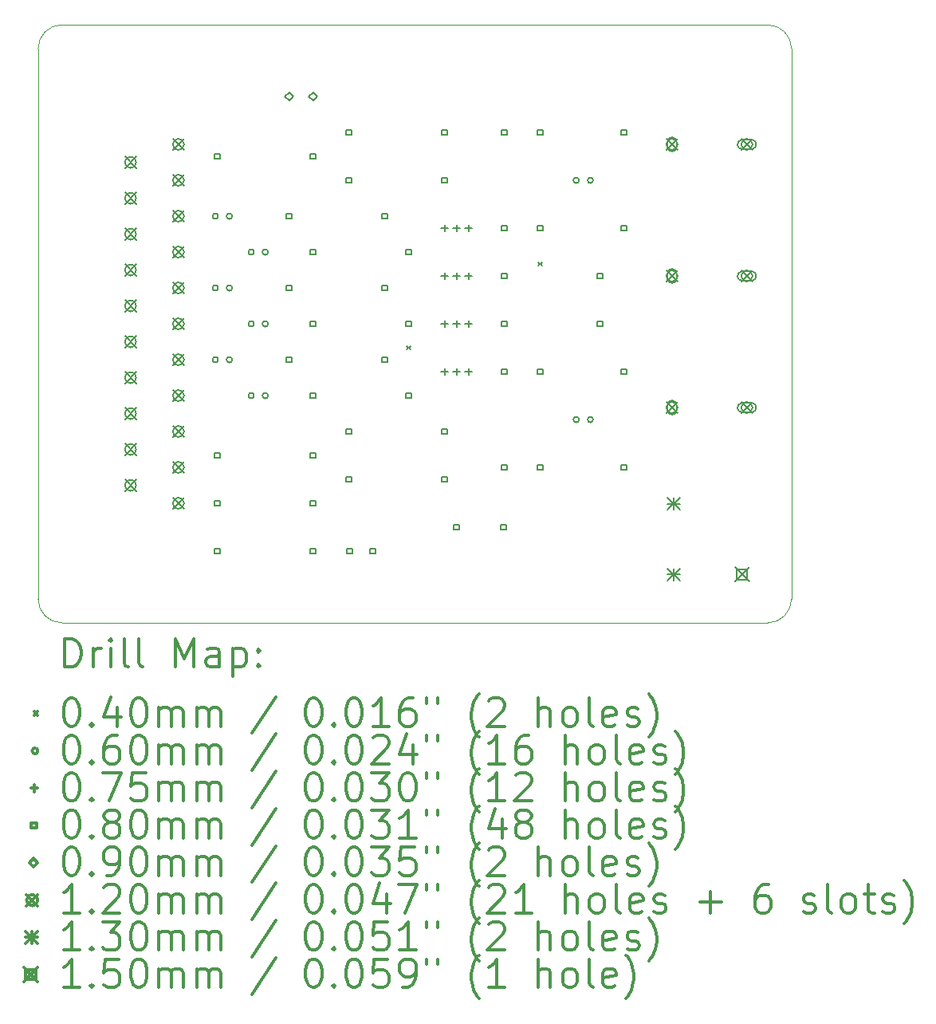
<source format=gbr>
%FSLAX45Y45*%
G04 Gerber Fmt 4.5, Leading zero omitted, Abs format (unit mm)*
G04 Created by KiCad (PCBNEW (5.1.2-1)-1) date 2023-07-30 19:13:54*
%MOMM*%
%LPD*%
G04 APERTURE LIST*
%ADD10C,0.050000*%
%ADD11C,0.200000*%
%ADD12C,0.300000*%
G04 APERTURE END LIST*
D10*
X12065000Y-4064000D02*
G75*
G02X12319000Y-4318000I0J-254000D01*
G01*
X12319000Y-10160000D02*
G75*
G02X12065000Y-10414000I-254000J0D01*
G01*
X4572000Y-10414000D02*
G75*
G02X4318000Y-10160000I0J254000D01*
G01*
X4318000Y-4318000D02*
G75*
G02X4572000Y-4064000I254000J0D01*
G01*
X4318000Y-10160000D02*
X4318000Y-4318000D01*
X12065000Y-10414000D02*
X4572000Y-10414000D01*
X12319000Y-4318000D02*
X12319000Y-10160000D01*
X4572000Y-4064000D02*
X12065000Y-4064000D01*
D11*
X8235000Y-7473000D02*
X8275000Y-7513000D01*
X8275000Y-7473000D02*
X8235000Y-7513000D01*
X9632000Y-6584000D02*
X9672000Y-6624000D01*
X9672000Y-6584000D02*
X9632000Y-6624000D01*
X6611000Y-8001000D02*
G75*
G03X6611000Y-8001000I-30000J0D01*
G01*
X6761000Y-8001000D02*
G75*
G03X6761000Y-8001000I-30000J0D01*
G01*
X6230000Y-7620000D02*
G75*
G03X6230000Y-7620000I-30000J0D01*
G01*
X6380000Y-7620000D02*
G75*
G03X6380000Y-7620000I-30000J0D01*
G01*
X6230000Y-6858000D02*
G75*
G03X6230000Y-6858000I-30000J0D01*
G01*
X6380000Y-6858000D02*
G75*
G03X6380000Y-6858000I-30000J0D01*
G01*
X6611000Y-7239000D02*
G75*
G03X6611000Y-7239000I-30000J0D01*
G01*
X6761000Y-7239000D02*
G75*
G03X6761000Y-7239000I-30000J0D01*
G01*
X6230000Y-6096000D02*
G75*
G03X6230000Y-6096000I-30000J0D01*
G01*
X6380000Y-6096000D02*
G75*
G03X6380000Y-6096000I-30000J0D01*
G01*
X10063000Y-5715000D02*
G75*
G03X10063000Y-5715000I-30000J0D01*
G01*
X10213000Y-5715000D02*
G75*
G03X10213000Y-5715000I-30000J0D01*
G01*
X10063000Y-8255000D02*
G75*
G03X10063000Y-8255000I-30000J0D01*
G01*
X10213000Y-8255000D02*
G75*
G03X10213000Y-8255000I-30000J0D01*
G01*
X6611000Y-6477000D02*
G75*
G03X6611000Y-6477000I-30000J0D01*
G01*
X6761000Y-6477000D02*
G75*
G03X6761000Y-6477000I-30000J0D01*
G01*
X8636000Y-7201500D02*
X8636000Y-7276500D01*
X8598500Y-7239000D02*
X8673500Y-7239000D01*
X8763000Y-7201500D02*
X8763000Y-7276500D01*
X8725500Y-7239000D02*
X8800500Y-7239000D01*
X8890000Y-7201500D02*
X8890000Y-7276500D01*
X8852500Y-7239000D02*
X8927500Y-7239000D01*
X8636000Y-6185500D02*
X8636000Y-6260500D01*
X8598500Y-6223000D02*
X8673500Y-6223000D01*
X8763000Y-6185500D02*
X8763000Y-6260500D01*
X8725500Y-6223000D02*
X8800500Y-6223000D01*
X8890000Y-6185500D02*
X8890000Y-6260500D01*
X8852500Y-6223000D02*
X8927500Y-6223000D01*
X8636000Y-6693500D02*
X8636000Y-6768500D01*
X8598500Y-6731000D02*
X8673500Y-6731000D01*
X8763000Y-6693500D02*
X8763000Y-6768500D01*
X8725500Y-6731000D02*
X8800500Y-6731000D01*
X8890000Y-6693500D02*
X8890000Y-6768500D01*
X8852500Y-6731000D02*
X8927500Y-6731000D01*
X8636000Y-7709500D02*
X8636000Y-7784500D01*
X8598500Y-7747000D02*
X8673500Y-7747000D01*
X8763000Y-7709500D02*
X8763000Y-7784500D01*
X8725500Y-7747000D02*
X8800500Y-7747000D01*
X8890000Y-7709500D02*
X8890000Y-7784500D01*
X8852500Y-7747000D02*
X8927500Y-7747000D01*
X9680285Y-7775284D02*
X9680285Y-7718715D01*
X9623716Y-7718715D01*
X9623716Y-7775284D01*
X9680285Y-7775284D01*
X9680285Y-8791285D02*
X9680285Y-8734716D01*
X9623716Y-8734716D01*
X9623716Y-8791285D01*
X9680285Y-8791285D01*
X9299285Y-6759284D02*
X9299285Y-6702715D01*
X9242716Y-6702715D01*
X9242716Y-6759284D01*
X9299285Y-6759284D01*
X10315285Y-6759284D02*
X10315285Y-6702715D01*
X10258716Y-6702715D01*
X10258716Y-6759284D01*
X10315285Y-6759284D01*
X10569285Y-7775284D02*
X10569285Y-7718715D01*
X10512716Y-7718715D01*
X10512716Y-7775284D01*
X10569285Y-7775284D01*
X10569285Y-8791285D02*
X10569285Y-8734716D01*
X10512716Y-8734716D01*
X10512716Y-8791285D01*
X10569285Y-8791285D01*
X8791285Y-9426285D02*
X8791285Y-9369716D01*
X8734716Y-9369716D01*
X8734716Y-9426285D01*
X8791285Y-9426285D01*
X9291285Y-9426285D02*
X9291285Y-9369716D01*
X9234716Y-9369716D01*
X9234716Y-9426285D01*
X9291285Y-9426285D01*
X6251284Y-9680285D02*
X6251284Y-9623716D01*
X6194715Y-9623716D01*
X6194715Y-9680285D01*
X6251284Y-9680285D01*
X7267284Y-9680285D02*
X7267284Y-9623716D01*
X7210715Y-9623716D01*
X7210715Y-9680285D01*
X7267284Y-9680285D01*
X7013284Y-7648284D02*
X7013284Y-7591715D01*
X6956715Y-7591715D01*
X6956715Y-7648284D01*
X7013284Y-7648284D01*
X8029284Y-7648284D02*
X8029284Y-7591715D01*
X7972715Y-7591715D01*
X7972715Y-7648284D01*
X8029284Y-7648284D01*
X7267284Y-8029284D02*
X7267284Y-7972715D01*
X7210715Y-7972715D01*
X7210715Y-8029284D01*
X7267284Y-8029284D01*
X8283284Y-8029284D02*
X8283284Y-7972715D01*
X8226715Y-7972715D01*
X8226715Y-8029284D01*
X8283284Y-8029284D01*
X7648284Y-8918285D02*
X7648284Y-8861716D01*
X7591715Y-8861716D01*
X7591715Y-8918285D01*
X7648284Y-8918285D01*
X8664285Y-8918285D02*
X8664285Y-8861716D01*
X8607716Y-8861716D01*
X8607716Y-8918285D01*
X8664285Y-8918285D01*
X6251284Y-5489285D02*
X6251284Y-5432716D01*
X6194715Y-5432716D01*
X6194715Y-5489285D01*
X6251284Y-5489285D01*
X7267284Y-5489285D02*
X7267284Y-5432716D01*
X7210715Y-5432716D01*
X7210715Y-5489285D01*
X7267284Y-5489285D01*
X9299285Y-5235285D02*
X9299285Y-5178716D01*
X9242716Y-5178716D01*
X9242716Y-5235285D01*
X9299285Y-5235285D01*
X9299285Y-6251284D02*
X9299285Y-6194715D01*
X9242716Y-6194715D01*
X9242716Y-6251284D01*
X9299285Y-6251284D01*
X7013284Y-6124284D02*
X7013284Y-6067715D01*
X6956715Y-6067715D01*
X6956715Y-6124284D01*
X7013284Y-6124284D01*
X8029284Y-6124284D02*
X8029284Y-6067715D01*
X7972715Y-6067715D01*
X7972715Y-6124284D01*
X8029284Y-6124284D01*
X7267284Y-6505284D02*
X7267284Y-6448715D01*
X7210715Y-6448715D01*
X7210715Y-6505284D01*
X7267284Y-6505284D01*
X8283284Y-6505284D02*
X8283284Y-6448715D01*
X8226715Y-6448715D01*
X8226715Y-6505284D01*
X8283284Y-6505284D01*
X9299285Y-7267284D02*
X9299285Y-7210715D01*
X9242716Y-7210715D01*
X9242716Y-7267284D01*
X9299285Y-7267284D01*
X10315285Y-7267284D02*
X10315285Y-7210715D01*
X10258716Y-7210715D01*
X10258716Y-7267284D01*
X10315285Y-7267284D01*
X7267284Y-7267284D02*
X7267284Y-7210715D01*
X7210715Y-7210715D01*
X7210715Y-7267284D01*
X7267284Y-7267284D01*
X8283284Y-7267284D02*
X8283284Y-7210715D01*
X8226715Y-7210715D01*
X8226715Y-7267284D01*
X8283284Y-7267284D01*
X6251284Y-8664285D02*
X6251284Y-8607716D01*
X6194715Y-8607716D01*
X6194715Y-8664285D01*
X6251284Y-8664285D01*
X7267284Y-8664285D02*
X7267284Y-8607716D01*
X7210715Y-8607716D01*
X7210715Y-8664285D01*
X7267284Y-8664285D01*
X10569285Y-5235285D02*
X10569285Y-5178716D01*
X10512716Y-5178716D01*
X10512716Y-5235285D01*
X10569285Y-5235285D01*
X10569285Y-6251284D02*
X10569285Y-6194715D01*
X10512716Y-6194715D01*
X10512716Y-6251284D01*
X10569285Y-6251284D01*
X9680285Y-5235285D02*
X9680285Y-5178716D01*
X9623716Y-5178716D01*
X9623716Y-5235285D01*
X9680285Y-5235285D01*
X9680285Y-6251284D02*
X9680285Y-6194715D01*
X9623716Y-6194715D01*
X9623716Y-6251284D01*
X9680285Y-6251284D01*
X9299285Y-7775284D02*
X9299285Y-7718715D01*
X9242716Y-7718715D01*
X9242716Y-7775284D01*
X9299285Y-7775284D01*
X9299285Y-8791285D02*
X9299285Y-8734716D01*
X9242716Y-8734716D01*
X9242716Y-8791285D01*
X9299285Y-8791285D01*
X7648284Y-5235285D02*
X7648284Y-5178716D01*
X7591715Y-5178716D01*
X7591715Y-5235285D01*
X7648284Y-5235285D01*
X8664285Y-5235285D02*
X8664285Y-5178716D01*
X8607716Y-5178716D01*
X8607716Y-5235285D01*
X8664285Y-5235285D01*
X7013284Y-6886284D02*
X7013284Y-6829715D01*
X6956715Y-6829715D01*
X6956715Y-6886284D01*
X7013284Y-6886284D01*
X8029284Y-6886284D02*
X8029284Y-6829715D01*
X7972715Y-6829715D01*
X7972715Y-6886284D01*
X8029284Y-6886284D01*
X7648284Y-5743284D02*
X7648284Y-5686715D01*
X7591715Y-5686715D01*
X7591715Y-5743284D01*
X7648284Y-5743284D01*
X8664285Y-5743284D02*
X8664285Y-5686715D01*
X8607716Y-5686715D01*
X8607716Y-5743284D01*
X8664285Y-5743284D01*
X6251284Y-9172285D02*
X6251284Y-9115716D01*
X6194715Y-9115716D01*
X6194715Y-9172285D01*
X6251284Y-9172285D01*
X7267284Y-9172285D02*
X7267284Y-9115716D01*
X7210715Y-9115716D01*
X7210715Y-9172285D01*
X7267284Y-9172285D01*
X7648284Y-8410285D02*
X7648284Y-8353715D01*
X7591715Y-8353715D01*
X7591715Y-8410285D01*
X7648284Y-8410285D01*
X8664285Y-8410285D02*
X8664285Y-8353715D01*
X8607716Y-8353715D01*
X8607716Y-8410285D01*
X8664285Y-8410285D01*
X7652284Y-9680285D02*
X7652284Y-9623716D01*
X7595715Y-9623716D01*
X7595715Y-9680285D01*
X7652284Y-9680285D01*
X7902284Y-9680285D02*
X7902284Y-9623716D01*
X7845715Y-9623716D01*
X7845715Y-9680285D01*
X7902284Y-9680285D01*
X6985000Y-4871000D02*
X7030000Y-4826000D01*
X6985000Y-4781000D01*
X6940000Y-4826000D01*
X6985000Y-4871000D01*
X7239000Y-4871000D02*
X7284000Y-4826000D01*
X7239000Y-4781000D01*
X7194000Y-4826000D01*
X7239000Y-4871000D01*
X10989056Y-5274056D02*
X11108944Y-5393944D01*
X11108944Y-5274056D02*
X10989056Y-5393944D01*
X11108944Y-5334000D02*
G75*
G03X11108944Y-5334000I-59944J0D01*
G01*
X11098944Y-5359000D02*
X11098944Y-5309000D01*
X10999056Y-5359000D02*
X10999056Y-5309000D01*
X11098944Y-5309000D02*
G75*
G03X10999056Y-5309000I-49944J0D01*
G01*
X10999056Y-5359000D02*
G75*
G03X11098944Y-5359000I49944J0D01*
G01*
X10989056Y-6671056D02*
X11108944Y-6790944D01*
X11108944Y-6671056D02*
X10989056Y-6790944D01*
X11108944Y-6731000D02*
G75*
G03X11108944Y-6731000I-59944J0D01*
G01*
X11098944Y-6756000D02*
X11098944Y-6706000D01*
X10999056Y-6756000D02*
X10999056Y-6706000D01*
X11098944Y-6706000D02*
G75*
G03X10999056Y-6706000I-49944J0D01*
G01*
X10999056Y-6756000D02*
G75*
G03X11098944Y-6756000I49944J0D01*
G01*
X10989056Y-8068056D02*
X11108944Y-8187944D01*
X11108944Y-8068056D02*
X10989056Y-8187944D01*
X11108944Y-8128000D02*
G75*
G03X11108944Y-8128000I-59944J0D01*
G01*
X11098944Y-8153000D02*
X11098944Y-8103000D01*
X10999056Y-8153000D02*
X10999056Y-8103000D01*
X11098944Y-8103000D02*
G75*
G03X10999056Y-8103000I-49944J0D01*
G01*
X10999056Y-8153000D02*
G75*
G03X11098944Y-8153000I49944J0D01*
G01*
X11785092Y-5274056D02*
X11904980Y-5393944D01*
X11904980Y-5274056D02*
X11785092Y-5393944D01*
X11904980Y-5334000D02*
G75*
G03X11904980Y-5334000I-59944J0D01*
G01*
X11795036Y-5383944D02*
X11895036Y-5383944D01*
X11795036Y-5284056D02*
X11895036Y-5284056D01*
X11895036Y-5383944D02*
G75*
G03X11895036Y-5284056I0J49944D01*
G01*
X11795036Y-5284056D02*
G75*
G03X11795036Y-5383944I0J-49944D01*
G01*
X11785092Y-6671056D02*
X11904980Y-6790944D01*
X11904980Y-6671056D02*
X11785092Y-6790944D01*
X11904980Y-6731000D02*
G75*
G03X11904980Y-6731000I-59944J0D01*
G01*
X11795036Y-6780944D02*
X11895036Y-6780944D01*
X11795036Y-6681056D02*
X11895036Y-6681056D01*
X11895036Y-6780944D02*
G75*
G03X11895036Y-6681056I0J49944D01*
G01*
X11795036Y-6681056D02*
G75*
G03X11795036Y-6780944I0J-49944D01*
G01*
X11785092Y-8068056D02*
X11904980Y-8187944D01*
X11904980Y-8068056D02*
X11785092Y-8187944D01*
X11904980Y-8128000D02*
G75*
G03X11904980Y-8128000I-59944J0D01*
G01*
X11795036Y-8177944D02*
X11895036Y-8177944D01*
X11795036Y-8078056D02*
X11895036Y-8078056D01*
X11895036Y-8177944D02*
G75*
G03X11895036Y-8078056I0J49944D01*
G01*
X11795036Y-8078056D02*
G75*
G03X11795036Y-8177944I0J-49944D01*
G01*
X5240020Y-5464556D02*
X5359908Y-5584444D01*
X5359908Y-5464556D02*
X5240020Y-5584444D01*
X5359908Y-5524500D02*
G75*
G03X5359908Y-5524500I-59944J0D01*
G01*
X5240020Y-5845556D02*
X5359908Y-5965444D01*
X5359908Y-5845556D02*
X5240020Y-5965444D01*
X5359908Y-5905500D02*
G75*
G03X5359908Y-5905500I-59944J0D01*
G01*
X5240020Y-6226556D02*
X5359908Y-6346444D01*
X5359908Y-6226556D02*
X5240020Y-6346444D01*
X5359908Y-6286500D02*
G75*
G03X5359908Y-6286500I-59944J0D01*
G01*
X5240020Y-6607556D02*
X5359908Y-6727444D01*
X5359908Y-6607556D02*
X5240020Y-6727444D01*
X5359908Y-6667500D02*
G75*
G03X5359908Y-6667500I-59944J0D01*
G01*
X5240020Y-6988556D02*
X5359908Y-7108444D01*
X5359908Y-6988556D02*
X5240020Y-7108444D01*
X5359908Y-7048500D02*
G75*
G03X5359908Y-7048500I-59944J0D01*
G01*
X5240020Y-7369556D02*
X5359908Y-7489444D01*
X5359908Y-7369556D02*
X5240020Y-7489444D01*
X5359908Y-7429500D02*
G75*
G03X5359908Y-7429500I-59944J0D01*
G01*
X5240020Y-7750556D02*
X5359908Y-7870444D01*
X5359908Y-7750556D02*
X5240020Y-7870444D01*
X5359908Y-7810500D02*
G75*
G03X5359908Y-7810500I-59944J0D01*
G01*
X5240020Y-8131556D02*
X5359908Y-8251444D01*
X5359908Y-8131556D02*
X5240020Y-8251444D01*
X5359908Y-8191500D02*
G75*
G03X5359908Y-8191500I-59944J0D01*
G01*
X5240020Y-8512556D02*
X5359908Y-8632444D01*
X5359908Y-8512556D02*
X5240020Y-8632444D01*
X5359908Y-8572500D02*
G75*
G03X5359908Y-8572500I-59944J0D01*
G01*
X5240020Y-8893556D02*
X5359908Y-9013444D01*
X5359908Y-8893556D02*
X5240020Y-9013444D01*
X5359908Y-8953500D02*
G75*
G03X5359908Y-8953500I-59944J0D01*
G01*
X5748020Y-5274056D02*
X5867908Y-5393944D01*
X5867908Y-5274056D02*
X5748020Y-5393944D01*
X5867908Y-5334000D02*
G75*
G03X5867908Y-5334000I-59944J0D01*
G01*
X5748020Y-5655056D02*
X5867908Y-5774944D01*
X5867908Y-5655056D02*
X5748020Y-5774944D01*
X5867908Y-5715000D02*
G75*
G03X5867908Y-5715000I-59944J0D01*
G01*
X5748020Y-6036056D02*
X5867908Y-6155944D01*
X5867908Y-6036056D02*
X5748020Y-6155944D01*
X5867908Y-6096000D02*
G75*
G03X5867908Y-6096000I-59944J0D01*
G01*
X5748020Y-6417056D02*
X5867908Y-6536944D01*
X5867908Y-6417056D02*
X5748020Y-6536944D01*
X5867908Y-6477000D02*
G75*
G03X5867908Y-6477000I-59944J0D01*
G01*
X5748020Y-6798056D02*
X5867908Y-6917944D01*
X5867908Y-6798056D02*
X5748020Y-6917944D01*
X5867908Y-6858000D02*
G75*
G03X5867908Y-6858000I-59944J0D01*
G01*
X5748020Y-7179056D02*
X5867908Y-7298944D01*
X5867908Y-7179056D02*
X5748020Y-7298944D01*
X5867908Y-7239000D02*
G75*
G03X5867908Y-7239000I-59944J0D01*
G01*
X5748020Y-7560056D02*
X5867908Y-7679944D01*
X5867908Y-7560056D02*
X5748020Y-7679944D01*
X5867908Y-7620000D02*
G75*
G03X5867908Y-7620000I-59944J0D01*
G01*
X5748020Y-7941056D02*
X5867908Y-8060944D01*
X5867908Y-7941056D02*
X5748020Y-8060944D01*
X5867908Y-8001000D02*
G75*
G03X5867908Y-8001000I-59944J0D01*
G01*
X5748020Y-8322056D02*
X5867908Y-8441944D01*
X5867908Y-8322056D02*
X5748020Y-8441944D01*
X5867908Y-8382000D02*
G75*
G03X5867908Y-8382000I-59944J0D01*
G01*
X5748020Y-8703056D02*
X5867908Y-8822944D01*
X5867908Y-8703056D02*
X5748020Y-8822944D01*
X5867908Y-8763000D02*
G75*
G03X5867908Y-8763000I-59944J0D01*
G01*
X5748020Y-9084056D02*
X5867908Y-9203944D01*
X5867908Y-9084056D02*
X5748020Y-9203944D01*
X5867908Y-9144000D02*
G75*
G03X5867908Y-9144000I-59944J0D01*
G01*
X11004000Y-9085000D02*
X11134000Y-9215000D01*
X11134000Y-9085000D02*
X11004000Y-9215000D01*
X11069000Y-9085000D02*
X11069000Y-9215000D01*
X11004000Y-9150000D02*
X11134000Y-9150000D01*
X11004000Y-9835000D02*
X11134000Y-9965000D01*
X11134000Y-9835000D02*
X11004000Y-9965000D01*
X11069000Y-9835000D02*
X11069000Y-9965000D01*
X11004000Y-9900000D02*
X11134000Y-9900000D01*
X11719000Y-9825000D02*
X11869000Y-9975000D01*
X11869000Y-9825000D02*
X11719000Y-9975000D01*
X11847033Y-9953034D02*
X11847033Y-9846967D01*
X11740966Y-9846967D01*
X11740966Y-9953034D01*
X11847033Y-9953034D01*
D12*
X4601928Y-10882214D02*
X4601928Y-10582214D01*
X4673357Y-10582214D01*
X4716214Y-10596500D01*
X4744786Y-10625072D01*
X4759071Y-10653643D01*
X4773357Y-10710786D01*
X4773357Y-10753643D01*
X4759071Y-10810786D01*
X4744786Y-10839357D01*
X4716214Y-10867929D01*
X4673357Y-10882214D01*
X4601928Y-10882214D01*
X4901928Y-10882214D02*
X4901928Y-10682214D01*
X4901928Y-10739357D02*
X4916214Y-10710786D01*
X4930500Y-10696500D01*
X4959071Y-10682214D01*
X4987643Y-10682214D01*
X5087643Y-10882214D02*
X5087643Y-10682214D01*
X5087643Y-10582214D02*
X5073357Y-10596500D01*
X5087643Y-10610786D01*
X5101928Y-10596500D01*
X5087643Y-10582214D01*
X5087643Y-10610786D01*
X5273357Y-10882214D02*
X5244786Y-10867929D01*
X5230500Y-10839357D01*
X5230500Y-10582214D01*
X5430500Y-10882214D02*
X5401928Y-10867929D01*
X5387643Y-10839357D01*
X5387643Y-10582214D01*
X5773357Y-10882214D02*
X5773357Y-10582214D01*
X5873357Y-10796500D01*
X5973357Y-10582214D01*
X5973357Y-10882214D01*
X6244786Y-10882214D02*
X6244786Y-10725072D01*
X6230500Y-10696500D01*
X6201928Y-10682214D01*
X6144786Y-10682214D01*
X6116214Y-10696500D01*
X6244786Y-10867929D02*
X6216214Y-10882214D01*
X6144786Y-10882214D01*
X6116214Y-10867929D01*
X6101928Y-10839357D01*
X6101928Y-10810786D01*
X6116214Y-10782214D01*
X6144786Y-10767929D01*
X6216214Y-10767929D01*
X6244786Y-10753643D01*
X6387643Y-10682214D02*
X6387643Y-10982214D01*
X6387643Y-10696500D02*
X6416214Y-10682214D01*
X6473357Y-10682214D01*
X6501928Y-10696500D01*
X6516214Y-10710786D01*
X6530500Y-10739357D01*
X6530500Y-10825072D01*
X6516214Y-10853643D01*
X6501928Y-10867929D01*
X6473357Y-10882214D01*
X6416214Y-10882214D01*
X6387643Y-10867929D01*
X6659071Y-10853643D02*
X6673357Y-10867929D01*
X6659071Y-10882214D01*
X6644786Y-10867929D01*
X6659071Y-10853643D01*
X6659071Y-10882214D01*
X6659071Y-10696500D02*
X6673357Y-10710786D01*
X6659071Y-10725072D01*
X6644786Y-10710786D01*
X6659071Y-10696500D01*
X6659071Y-10725072D01*
X4275500Y-11356500D02*
X4315500Y-11396500D01*
X4315500Y-11356500D02*
X4275500Y-11396500D01*
X4659071Y-11212214D02*
X4687643Y-11212214D01*
X4716214Y-11226500D01*
X4730500Y-11240786D01*
X4744786Y-11269357D01*
X4759071Y-11326500D01*
X4759071Y-11397929D01*
X4744786Y-11455071D01*
X4730500Y-11483643D01*
X4716214Y-11497929D01*
X4687643Y-11512214D01*
X4659071Y-11512214D01*
X4630500Y-11497929D01*
X4616214Y-11483643D01*
X4601928Y-11455071D01*
X4587643Y-11397929D01*
X4587643Y-11326500D01*
X4601928Y-11269357D01*
X4616214Y-11240786D01*
X4630500Y-11226500D01*
X4659071Y-11212214D01*
X4887643Y-11483643D02*
X4901928Y-11497929D01*
X4887643Y-11512214D01*
X4873357Y-11497929D01*
X4887643Y-11483643D01*
X4887643Y-11512214D01*
X5159071Y-11312214D02*
X5159071Y-11512214D01*
X5087643Y-11197929D02*
X5016214Y-11412214D01*
X5201928Y-11412214D01*
X5373357Y-11212214D02*
X5401928Y-11212214D01*
X5430500Y-11226500D01*
X5444786Y-11240786D01*
X5459071Y-11269357D01*
X5473357Y-11326500D01*
X5473357Y-11397929D01*
X5459071Y-11455071D01*
X5444786Y-11483643D01*
X5430500Y-11497929D01*
X5401928Y-11512214D01*
X5373357Y-11512214D01*
X5344786Y-11497929D01*
X5330500Y-11483643D01*
X5316214Y-11455071D01*
X5301928Y-11397929D01*
X5301928Y-11326500D01*
X5316214Y-11269357D01*
X5330500Y-11240786D01*
X5344786Y-11226500D01*
X5373357Y-11212214D01*
X5601928Y-11512214D02*
X5601928Y-11312214D01*
X5601928Y-11340786D02*
X5616214Y-11326500D01*
X5644786Y-11312214D01*
X5687643Y-11312214D01*
X5716214Y-11326500D01*
X5730500Y-11355071D01*
X5730500Y-11512214D01*
X5730500Y-11355071D02*
X5744786Y-11326500D01*
X5773357Y-11312214D01*
X5816214Y-11312214D01*
X5844786Y-11326500D01*
X5859071Y-11355071D01*
X5859071Y-11512214D01*
X6001928Y-11512214D02*
X6001928Y-11312214D01*
X6001928Y-11340786D02*
X6016214Y-11326500D01*
X6044786Y-11312214D01*
X6087643Y-11312214D01*
X6116214Y-11326500D01*
X6130500Y-11355071D01*
X6130500Y-11512214D01*
X6130500Y-11355071D02*
X6144786Y-11326500D01*
X6173357Y-11312214D01*
X6216214Y-11312214D01*
X6244786Y-11326500D01*
X6259071Y-11355071D01*
X6259071Y-11512214D01*
X6844786Y-11197929D02*
X6587643Y-11583643D01*
X7230500Y-11212214D02*
X7259071Y-11212214D01*
X7287643Y-11226500D01*
X7301928Y-11240786D01*
X7316214Y-11269357D01*
X7330500Y-11326500D01*
X7330500Y-11397929D01*
X7316214Y-11455071D01*
X7301928Y-11483643D01*
X7287643Y-11497929D01*
X7259071Y-11512214D01*
X7230500Y-11512214D01*
X7201928Y-11497929D01*
X7187643Y-11483643D01*
X7173357Y-11455071D01*
X7159071Y-11397929D01*
X7159071Y-11326500D01*
X7173357Y-11269357D01*
X7187643Y-11240786D01*
X7201928Y-11226500D01*
X7230500Y-11212214D01*
X7459071Y-11483643D02*
X7473357Y-11497929D01*
X7459071Y-11512214D01*
X7444786Y-11497929D01*
X7459071Y-11483643D01*
X7459071Y-11512214D01*
X7659071Y-11212214D02*
X7687643Y-11212214D01*
X7716214Y-11226500D01*
X7730500Y-11240786D01*
X7744786Y-11269357D01*
X7759071Y-11326500D01*
X7759071Y-11397929D01*
X7744786Y-11455071D01*
X7730500Y-11483643D01*
X7716214Y-11497929D01*
X7687643Y-11512214D01*
X7659071Y-11512214D01*
X7630500Y-11497929D01*
X7616214Y-11483643D01*
X7601928Y-11455071D01*
X7587643Y-11397929D01*
X7587643Y-11326500D01*
X7601928Y-11269357D01*
X7616214Y-11240786D01*
X7630500Y-11226500D01*
X7659071Y-11212214D01*
X8044786Y-11512214D02*
X7873357Y-11512214D01*
X7959071Y-11512214D02*
X7959071Y-11212214D01*
X7930500Y-11255071D01*
X7901928Y-11283643D01*
X7873357Y-11297929D01*
X8301928Y-11212214D02*
X8244786Y-11212214D01*
X8216214Y-11226500D01*
X8201928Y-11240786D01*
X8173357Y-11283643D01*
X8159071Y-11340786D01*
X8159071Y-11455071D01*
X8173357Y-11483643D01*
X8187643Y-11497929D01*
X8216214Y-11512214D01*
X8273357Y-11512214D01*
X8301928Y-11497929D01*
X8316214Y-11483643D01*
X8330500Y-11455071D01*
X8330500Y-11383643D01*
X8316214Y-11355071D01*
X8301928Y-11340786D01*
X8273357Y-11326500D01*
X8216214Y-11326500D01*
X8187643Y-11340786D01*
X8173357Y-11355071D01*
X8159071Y-11383643D01*
X8444786Y-11212214D02*
X8444786Y-11269357D01*
X8559071Y-11212214D02*
X8559071Y-11269357D01*
X9001928Y-11626500D02*
X8987643Y-11612214D01*
X8959071Y-11569357D01*
X8944786Y-11540786D01*
X8930500Y-11497929D01*
X8916214Y-11426500D01*
X8916214Y-11369357D01*
X8930500Y-11297929D01*
X8944786Y-11255071D01*
X8959071Y-11226500D01*
X8987643Y-11183643D01*
X9001928Y-11169357D01*
X9101928Y-11240786D02*
X9116214Y-11226500D01*
X9144786Y-11212214D01*
X9216214Y-11212214D01*
X9244786Y-11226500D01*
X9259071Y-11240786D01*
X9273357Y-11269357D01*
X9273357Y-11297929D01*
X9259071Y-11340786D01*
X9087643Y-11512214D01*
X9273357Y-11512214D01*
X9630500Y-11512214D02*
X9630500Y-11212214D01*
X9759071Y-11512214D02*
X9759071Y-11355071D01*
X9744786Y-11326500D01*
X9716214Y-11312214D01*
X9673357Y-11312214D01*
X9644786Y-11326500D01*
X9630500Y-11340786D01*
X9944786Y-11512214D02*
X9916214Y-11497929D01*
X9901928Y-11483643D01*
X9887643Y-11455071D01*
X9887643Y-11369357D01*
X9901928Y-11340786D01*
X9916214Y-11326500D01*
X9944786Y-11312214D01*
X9987643Y-11312214D01*
X10016214Y-11326500D01*
X10030500Y-11340786D01*
X10044786Y-11369357D01*
X10044786Y-11455071D01*
X10030500Y-11483643D01*
X10016214Y-11497929D01*
X9987643Y-11512214D01*
X9944786Y-11512214D01*
X10216214Y-11512214D02*
X10187643Y-11497929D01*
X10173357Y-11469357D01*
X10173357Y-11212214D01*
X10444786Y-11497929D02*
X10416214Y-11512214D01*
X10359071Y-11512214D01*
X10330500Y-11497929D01*
X10316214Y-11469357D01*
X10316214Y-11355071D01*
X10330500Y-11326500D01*
X10359071Y-11312214D01*
X10416214Y-11312214D01*
X10444786Y-11326500D01*
X10459071Y-11355071D01*
X10459071Y-11383643D01*
X10316214Y-11412214D01*
X10573357Y-11497929D02*
X10601928Y-11512214D01*
X10659071Y-11512214D01*
X10687643Y-11497929D01*
X10701928Y-11469357D01*
X10701928Y-11455071D01*
X10687643Y-11426500D01*
X10659071Y-11412214D01*
X10616214Y-11412214D01*
X10587643Y-11397929D01*
X10573357Y-11369357D01*
X10573357Y-11355071D01*
X10587643Y-11326500D01*
X10616214Y-11312214D01*
X10659071Y-11312214D01*
X10687643Y-11326500D01*
X10801928Y-11626500D02*
X10816214Y-11612214D01*
X10844786Y-11569357D01*
X10859071Y-11540786D01*
X10873357Y-11497929D01*
X10887643Y-11426500D01*
X10887643Y-11369357D01*
X10873357Y-11297929D01*
X10859071Y-11255071D01*
X10844786Y-11226500D01*
X10816214Y-11183643D01*
X10801928Y-11169357D01*
X4315500Y-11772500D02*
G75*
G03X4315500Y-11772500I-30000J0D01*
G01*
X4659071Y-11608214D02*
X4687643Y-11608214D01*
X4716214Y-11622500D01*
X4730500Y-11636786D01*
X4744786Y-11665357D01*
X4759071Y-11722500D01*
X4759071Y-11793929D01*
X4744786Y-11851071D01*
X4730500Y-11879643D01*
X4716214Y-11893929D01*
X4687643Y-11908214D01*
X4659071Y-11908214D01*
X4630500Y-11893929D01*
X4616214Y-11879643D01*
X4601928Y-11851071D01*
X4587643Y-11793929D01*
X4587643Y-11722500D01*
X4601928Y-11665357D01*
X4616214Y-11636786D01*
X4630500Y-11622500D01*
X4659071Y-11608214D01*
X4887643Y-11879643D02*
X4901928Y-11893929D01*
X4887643Y-11908214D01*
X4873357Y-11893929D01*
X4887643Y-11879643D01*
X4887643Y-11908214D01*
X5159071Y-11608214D02*
X5101928Y-11608214D01*
X5073357Y-11622500D01*
X5059071Y-11636786D01*
X5030500Y-11679643D01*
X5016214Y-11736786D01*
X5016214Y-11851071D01*
X5030500Y-11879643D01*
X5044786Y-11893929D01*
X5073357Y-11908214D01*
X5130500Y-11908214D01*
X5159071Y-11893929D01*
X5173357Y-11879643D01*
X5187643Y-11851071D01*
X5187643Y-11779643D01*
X5173357Y-11751071D01*
X5159071Y-11736786D01*
X5130500Y-11722500D01*
X5073357Y-11722500D01*
X5044786Y-11736786D01*
X5030500Y-11751071D01*
X5016214Y-11779643D01*
X5373357Y-11608214D02*
X5401928Y-11608214D01*
X5430500Y-11622500D01*
X5444786Y-11636786D01*
X5459071Y-11665357D01*
X5473357Y-11722500D01*
X5473357Y-11793929D01*
X5459071Y-11851071D01*
X5444786Y-11879643D01*
X5430500Y-11893929D01*
X5401928Y-11908214D01*
X5373357Y-11908214D01*
X5344786Y-11893929D01*
X5330500Y-11879643D01*
X5316214Y-11851071D01*
X5301928Y-11793929D01*
X5301928Y-11722500D01*
X5316214Y-11665357D01*
X5330500Y-11636786D01*
X5344786Y-11622500D01*
X5373357Y-11608214D01*
X5601928Y-11908214D02*
X5601928Y-11708214D01*
X5601928Y-11736786D02*
X5616214Y-11722500D01*
X5644786Y-11708214D01*
X5687643Y-11708214D01*
X5716214Y-11722500D01*
X5730500Y-11751071D01*
X5730500Y-11908214D01*
X5730500Y-11751071D02*
X5744786Y-11722500D01*
X5773357Y-11708214D01*
X5816214Y-11708214D01*
X5844786Y-11722500D01*
X5859071Y-11751071D01*
X5859071Y-11908214D01*
X6001928Y-11908214D02*
X6001928Y-11708214D01*
X6001928Y-11736786D02*
X6016214Y-11722500D01*
X6044786Y-11708214D01*
X6087643Y-11708214D01*
X6116214Y-11722500D01*
X6130500Y-11751071D01*
X6130500Y-11908214D01*
X6130500Y-11751071D02*
X6144786Y-11722500D01*
X6173357Y-11708214D01*
X6216214Y-11708214D01*
X6244786Y-11722500D01*
X6259071Y-11751071D01*
X6259071Y-11908214D01*
X6844786Y-11593929D02*
X6587643Y-11979643D01*
X7230500Y-11608214D02*
X7259071Y-11608214D01*
X7287643Y-11622500D01*
X7301928Y-11636786D01*
X7316214Y-11665357D01*
X7330500Y-11722500D01*
X7330500Y-11793929D01*
X7316214Y-11851071D01*
X7301928Y-11879643D01*
X7287643Y-11893929D01*
X7259071Y-11908214D01*
X7230500Y-11908214D01*
X7201928Y-11893929D01*
X7187643Y-11879643D01*
X7173357Y-11851071D01*
X7159071Y-11793929D01*
X7159071Y-11722500D01*
X7173357Y-11665357D01*
X7187643Y-11636786D01*
X7201928Y-11622500D01*
X7230500Y-11608214D01*
X7459071Y-11879643D02*
X7473357Y-11893929D01*
X7459071Y-11908214D01*
X7444786Y-11893929D01*
X7459071Y-11879643D01*
X7459071Y-11908214D01*
X7659071Y-11608214D02*
X7687643Y-11608214D01*
X7716214Y-11622500D01*
X7730500Y-11636786D01*
X7744786Y-11665357D01*
X7759071Y-11722500D01*
X7759071Y-11793929D01*
X7744786Y-11851071D01*
X7730500Y-11879643D01*
X7716214Y-11893929D01*
X7687643Y-11908214D01*
X7659071Y-11908214D01*
X7630500Y-11893929D01*
X7616214Y-11879643D01*
X7601928Y-11851071D01*
X7587643Y-11793929D01*
X7587643Y-11722500D01*
X7601928Y-11665357D01*
X7616214Y-11636786D01*
X7630500Y-11622500D01*
X7659071Y-11608214D01*
X7873357Y-11636786D02*
X7887643Y-11622500D01*
X7916214Y-11608214D01*
X7987643Y-11608214D01*
X8016214Y-11622500D01*
X8030500Y-11636786D01*
X8044786Y-11665357D01*
X8044786Y-11693929D01*
X8030500Y-11736786D01*
X7859071Y-11908214D01*
X8044786Y-11908214D01*
X8301928Y-11708214D02*
X8301928Y-11908214D01*
X8230500Y-11593929D02*
X8159071Y-11808214D01*
X8344786Y-11808214D01*
X8444786Y-11608214D02*
X8444786Y-11665357D01*
X8559071Y-11608214D02*
X8559071Y-11665357D01*
X9001928Y-12022500D02*
X8987643Y-12008214D01*
X8959071Y-11965357D01*
X8944786Y-11936786D01*
X8930500Y-11893929D01*
X8916214Y-11822500D01*
X8916214Y-11765357D01*
X8930500Y-11693929D01*
X8944786Y-11651071D01*
X8959071Y-11622500D01*
X8987643Y-11579643D01*
X9001928Y-11565357D01*
X9273357Y-11908214D02*
X9101928Y-11908214D01*
X9187643Y-11908214D02*
X9187643Y-11608214D01*
X9159071Y-11651071D01*
X9130500Y-11679643D01*
X9101928Y-11693929D01*
X9530500Y-11608214D02*
X9473357Y-11608214D01*
X9444786Y-11622500D01*
X9430500Y-11636786D01*
X9401928Y-11679643D01*
X9387643Y-11736786D01*
X9387643Y-11851071D01*
X9401928Y-11879643D01*
X9416214Y-11893929D01*
X9444786Y-11908214D01*
X9501928Y-11908214D01*
X9530500Y-11893929D01*
X9544786Y-11879643D01*
X9559071Y-11851071D01*
X9559071Y-11779643D01*
X9544786Y-11751071D01*
X9530500Y-11736786D01*
X9501928Y-11722500D01*
X9444786Y-11722500D01*
X9416214Y-11736786D01*
X9401928Y-11751071D01*
X9387643Y-11779643D01*
X9916214Y-11908214D02*
X9916214Y-11608214D01*
X10044786Y-11908214D02*
X10044786Y-11751071D01*
X10030500Y-11722500D01*
X10001928Y-11708214D01*
X9959071Y-11708214D01*
X9930500Y-11722500D01*
X9916214Y-11736786D01*
X10230500Y-11908214D02*
X10201928Y-11893929D01*
X10187643Y-11879643D01*
X10173357Y-11851071D01*
X10173357Y-11765357D01*
X10187643Y-11736786D01*
X10201928Y-11722500D01*
X10230500Y-11708214D01*
X10273357Y-11708214D01*
X10301928Y-11722500D01*
X10316214Y-11736786D01*
X10330500Y-11765357D01*
X10330500Y-11851071D01*
X10316214Y-11879643D01*
X10301928Y-11893929D01*
X10273357Y-11908214D01*
X10230500Y-11908214D01*
X10501928Y-11908214D02*
X10473357Y-11893929D01*
X10459071Y-11865357D01*
X10459071Y-11608214D01*
X10730500Y-11893929D02*
X10701928Y-11908214D01*
X10644786Y-11908214D01*
X10616214Y-11893929D01*
X10601928Y-11865357D01*
X10601928Y-11751071D01*
X10616214Y-11722500D01*
X10644786Y-11708214D01*
X10701928Y-11708214D01*
X10730500Y-11722500D01*
X10744786Y-11751071D01*
X10744786Y-11779643D01*
X10601928Y-11808214D01*
X10859071Y-11893929D02*
X10887643Y-11908214D01*
X10944786Y-11908214D01*
X10973357Y-11893929D01*
X10987643Y-11865357D01*
X10987643Y-11851071D01*
X10973357Y-11822500D01*
X10944786Y-11808214D01*
X10901928Y-11808214D01*
X10873357Y-11793929D01*
X10859071Y-11765357D01*
X10859071Y-11751071D01*
X10873357Y-11722500D01*
X10901928Y-11708214D01*
X10944786Y-11708214D01*
X10973357Y-11722500D01*
X11087643Y-12022500D02*
X11101928Y-12008214D01*
X11130500Y-11965357D01*
X11144786Y-11936786D01*
X11159071Y-11893929D01*
X11173357Y-11822500D01*
X11173357Y-11765357D01*
X11159071Y-11693929D01*
X11144786Y-11651071D01*
X11130500Y-11622500D01*
X11101928Y-11579643D01*
X11087643Y-11565357D01*
X4278000Y-12131000D02*
X4278000Y-12206000D01*
X4240500Y-12168500D02*
X4315500Y-12168500D01*
X4659071Y-12004214D02*
X4687643Y-12004214D01*
X4716214Y-12018500D01*
X4730500Y-12032786D01*
X4744786Y-12061357D01*
X4759071Y-12118500D01*
X4759071Y-12189929D01*
X4744786Y-12247071D01*
X4730500Y-12275643D01*
X4716214Y-12289929D01*
X4687643Y-12304214D01*
X4659071Y-12304214D01*
X4630500Y-12289929D01*
X4616214Y-12275643D01*
X4601928Y-12247071D01*
X4587643Y-12189929D01*
X4587643Y-12118500D01*
X4601928Y-12061357D01*
X4616214Y-12032786D01*
X4630500Y-12018500D01*
X4659071Y-12004214D01*
X4887643Y-12275643D02*
X4901928Y-12289929D01*
X4887643Y-12304214D01*
X4873357Y-12289929D01*
X4887643Y-12275643D01*
X4887643Y-12304214D01*
X5001928Y-12004214D02*
X5201928Y-12004214D01*
X5073357Y-12304214D01*
X5459071Y-12004214D02*
X5316214Y-12004214D01*
X5301928Y-12147071D01*
X5316214Y-12132786D01*
X5344786Y-12118500D01*
X5416214Y-12118500D01*
X5444786Y-12132786D01*
X5459071Y-12147071D01*
X5473357Y-12175643D01*
X5473357Y-12247071D01*
X5459071Y-12275643D01*
X5444786Y-12289929D01*
X5416214Y-12304214D01*
X5344786Y-12304214D01*
X5316214Y-12289929D01*
X5301928Y-12275643D01*
X5601928Y-12304214D02*
X5601928Y-12104214D01*
X5601928Y-12132786D02*
X5616214Y-12118500D01*
X5644786Y-12104214D01*
X5687643Y-12104214D01*
X5716214Y-12118500D01*
X5730500Y-12147071D01*
X5730500Y-12304214D01*
X5730500Y-12147071D02*
X5744786Y-12118500D01*
X5773357Y-12104214D01*
X5816214Y-12104214D01*
X5844786Y-12118500D01*
X5859071Y-12147071D01*
X5859071Y-12304214D01*
X6001928Y-12304214D02*
X6001928Y-12104214D01*
X6001928Y-12132786D02*
X6016214Y-12118500D01*
X6044786Y-12104214D01*
X6087643Y-12104214D01*
X6116214Y-12118500D01*
X6130500Y-12147071D01*
X6130500Y-12304214D01*
X6130500Y-12147071D02*
X6144786Y-12118500D01*
X6173357Y-12104214D01*
X6216214Y-12104214D01*
X6244786Y-12118500D01*
X6259071Y-12147071D01*
X6259071Y-12304214D01*
X6844786Y-11989929D02*
X6587643Y-12375643D01*
X7230500Y-12004214D02*
X7259071Y-12004214D01*
X7287643Y-12018500D01*
X7301928Y-12032786D01*
X7316214Y-12061357D01*
X7330500Y-12118500D01*
X7330500Y-12189929D01*
X7316214Y-12247071D01*
X7301928Y-12275643D01*
X7287643Y-12289929D01*
X7259071Y-12304214D01*
X7230500Y-12304214D01*
X7201928Y-12289929D01*
X7187643Y-12275643D01*
X7173357Y-12247071D01*
X7159071Y-12189929D01*
X7159071Y-12118500D01*
X7173357Y-12061357D01*
X7187643Y-12032786D01*
X7201928Y-12018500D01*
X7230500Y-12004214D01*
X7459071Y-12275643D02*
X7473357Y-12289929D01*
X7459071Y-12304214D01*
X7444786Y-12289929D01*
X7459071Y-12275643D01*
X7459071Y-12304214D01*
X7659071Y-12004214D02*
X7687643Y-12004214D01*
X7716214Y-12018500D01*
X7730500Y-12032786D01*
X7744786Y-12061357D01*
X7759071Y-12118500D01*
X7759071Y-12189929D01*
X7744786Y-12247071D01*
X7730500Y-12275643D01*
X7716214Y-12289929D01*
X7687643Y-12304214D01*
X7659071Y-12304214D01*
X7630500Y-12289929D01*
X7616214Y-12275643D01*
X7601928Y-12247071D01*
X7587643Y-12189929D01*
X7587643Y-12118500D01*
X7601928Y-12061357D01*
X7616214Y-12032786D01*
X7630500Y-12018500D01*
X7659071Y-12004214D01*
X7859071Y-12004214D02*
X8044786Y-12004214D01*
X7944786Y-12118500D01*
X7987643Y-12118500D01*
X8016214Y-12132786D01*
X8030500Y-12147071D01*
X8044786Y-12175643D01*
X8044786Y-12247071D01*
X8030500Y-12275643D01*
X8016214Y-12289929D01*
X7987643Y-12304214D01*
X7901928Y-12304214D01*
X7873357Y-12289929D01*
X7859071Y-12275643D01*
X8230500Y-12004214D02*
X8259071Y-12004214D01*
X8287643Y-12018500D01*
X8301928Y-12032786D01*
X8316214Y-12061357D01*
X8330500Y-12118500D01*
X8330500Y-12189929D01*
X8316214Y-12247071D01*
X8301928Y-12275643D01*
X8287643Y-12289929D01*
X8259071Y-12304214D01*
X8230500Y-12304214D01*
X8201928Y-12289929D01*
X8187643Y-12275643D01*
X8173357Y-12247071D01*
X8159071Y-12189929D01*
X8159071Y-12118500D01*
X8173357Y-12061357D01*
X8187643Y-12032786D01*
X8201928Y-12018500D01*
X8230500Y-12004214D01*
X8444786Y-12004214D02*
X8444786Y-12061357D01*
X8559071Y-12004214D02*
X8559071Y-12061357D01*
X9001928Y-12418500D02*
X8987643Y-12404214D01*
X8959071Y-12361357D01*
X8944786Y-12332786D01*
X8930500Y-12289929D01*
X8916214Y-12218500D01*
X8916214Y-12161357D01*
X8930500Y-12089929D01*
X8944786Y-12047071D01*
X8959071Y-12018500D01*
X8987643Y-11975643D01*
X9001928Y-11961357D01*
X9273357Y-12304214D02*
X9101928Y-12304214D01*
X9187643Y-12304214D02*
X9187643Y-12004214D01*
X9159071Y-12047071D01*
X9130500Y-12075643D01*
X9101928Y-12089929D01*
X9387643Y-12032786D02*
X9401928Y-12018500D01*
X9430500Y-12004214D01*
X9501928Y-12004214D01*
X9530500Y-12018500D01*
X9544786Y-12032786D01*
X9559071Y-12061357D01*
X9559071Y-12089929D01*
X9544786Y-12132786D01*
X9373357Y-12304214D01*
X9559071Y-12304214D01*
X9916214Y-12304214D02*
X9916214Y-12004214D01*
X10044786Y-12304214D02*
X10044786Y-12147071D01*
X10030500Y-12118500D01*
X10001928Y-12104214D01*
X9959071Y-12104214D01*
X9930500Y-12118500D01*
X9916214Y-12132786D01*
X10230500Y-12304214D02*
X10201928Y-12289929D01*
X10187643Y-12275643D01*
X10173357Y-12247071D01*
X10173357Y-12161357D01*
X10187643Y-12132786D01*
X10201928Y-12118500D01*
X10230500Y-12104214D01*
X10273357Y-12104214D01*
X10301928Y-12118500D01*
X10316214Y-12132786D01*
X10330500Y-12161357D01*
X10330500Y-12247071D01*
X10316214Y-12275643D01*
X10301928Y-12289929D01*
X10273357Y-12304214D01*
X10230500Y-12304214D01*
X10501928Y-12304214D02*
X10473357Y-12289929D01*
X10459071Y-12261357D01*
X10459071Y-12004214D01*
X10730500Y-12289929D02*
X10701928Y-12304214D01*
X10644786Y-12304214D01*
X10616214Y-12289929D01*
X10601928Y-12261357D01*
X10601928Y-12147071D01*
X10616214Y-12118500D01*
X10644786Y-12104214D01*
X10701928Y-12104214D01*
X10730500Y-12118500D01*
X10744786Y-12147071D01*
X10744786Y-12175643D01*
X10601928Y-12204214D01*
X10859071Y-12289929D02*
X10887643Y-12304214D01*
X10944786Y-12304214D01*
X10973357Y-12289929D01*
X10987643Y-12261357D01*
X10987643Y-12247071D01*
X10973357Y-12218500D01*
X10944786Y-12204214D01*
X10901928Y-12204214D01*
X10873357Y-12189929D01*
X10859071Y-12161357D01*
X10859071Y-12147071D01*
X10873357Y-12118500D01*
X10901928Y-12104214D01*
X10944786Y-12104214D01*
X10973357Y-12118500D01*
X11087643Y-12418500D02*
X11101928Y-12404214D01*
X11130500Y-12361357D01*
X11144786Y-12332786D01*
X11159071Y-12289929D01*
X11173357Y-12218500D01*
X11173357Y-12161357D01*
X11159071Y-12089929D01*
X11144786Y-12047071D01*
X11130500Y-12018500D01*
X11101928Y-11975643D01*
X11087643Y-11961357D01*
X4303784Y-12592785D02*
X4303784Y-12536216D01*
X4247215Y-12536216D01*
X4247215Y-12592785D01*
X4303784Y-12592785D01*
X4659071Y-12400214D02*
X4687643Y-12400214D01*
X4716214Y-12414500D01*
X4730500Y-12428786D01*
X4744786Y-12457357D01*
X4759071Y-12514500D01*
X4759071Y-12585929D01*
X4744786Y-12643071D01*
X4730500Y-12671643D01*
X4716214Y-12685929D01*
X4687643Y-12700214D01*
X4659071Y-12700214D01*
X4630500Y-12685929D01*
X4616214Y-12671643D01*
X4601928Y-12643071D01*
X4587643Y-12585929D01*
X4587643Y-12514500D01*
X4601928Y-12457357D01*
X4616214Y-12428786D01*
X4630500Y-12414500D01*
X4659071Y-12400214D01*
X4887643Y-12671643D02*
X4901928Y-12685929D01*
X4887643Y-12700214D01*
X4873357Y-12685929D01*
X4887643Y-12671643D01*
X4887643Y-12700214D01*
X5073357Y-12528786D02*
X5044786Y-12514500D01*
X5030500Y-12500214D01*
X5016214Y-12471643D01*
X5016214Y-12457357D01*
X5030500Y-12428786D01*
X5044786Y-12414500D01*
X5073357Y-12400214D01*
X5130500Y-12400214D01*
X5159071Y-12414500D01*
X5173357Y-12428786D01*
X5187643Y-12457357D01*
X5187643Y-12471643D01*
X5173357Y-12500214D01*
X5159071Y-12514500D01*
X5130500Y-12528786D01*
X5073357Y-12528786D01*
X5044786Y-12543071D01*
X5030500Y-12557357D01*
X5016214Y-12585929D01*
X5016214Y-12643071D01*
X5030500Y-12671643D01*
X5044786Y-12685929D01*
X5073357Y-12700214D01*
X5130500Y-12700214D01*
X5159071Y-12685929D01*
X5173357Y-12671643D01*
X5187643Y-12643071D01*
X5187643Y-12585929D01*
X5173357Y-12557357D01*
X5159071Y-12543071D01*
X5130500Y-12528786D01*
X5373357Y-12400214D02*
X5401928Y-12400214D01*
X5430500Y-12414500D01*
X5444786Y-12428786D01*
X5459071Y-12457357D01*
X5473357Y-12514500D01*
X5473357Y-12585929D01*
X5459071Y-12643071D01*
X5444786Y-12671643D01*
X5430500Y-12685929D01*
X5401928Y-12700214D01*
X5373357Y-12700214D01*
X5344786Y-12685929D01*
X5330500Y-12671643D01*
X5316214Y-12643071D01*
X5301928Y-12585929D01*
X5301928Y-12514500D01*
X5316214Y-12457357D01*
X5330500Y-12428786D01*
X5344786Y-12414500D01*
X5373357Y-12400214D01*
X5601928Y-12700214D02*
X5601928Y-12500214D01*
X5601928Y-12528786D02*
X5616214Y-12514500D01*
X5644786Y-12500214D01*
X5687643Y-12500214D01*
X5716214Y-12514500D01*
X5730500Y-12543071D01*
X5730500Y-12700214D01*
X5730500Y-12543071D02*
X5744786Y-12514500D01*
X5773357Y-12500214D01*
X5816214Y-12500214D01*
X5844786Y-12514500D01*
X5859071Y-12543071D01*
X5859071Y-12700214D01*
X6001928Y-12700214D02*
X6001928Y-12500214D01*
X6001928Y-12528786D02*
X6016214Y-12514500D01*
X6044786Y-12500214D01*
X6087643Y-12500214D01*
X6116214Y-12514500D01*
X6130500Y-12543071D01*
X6130500Y-12700214D01*
X6130500Y-12543071D02*
X6144786Y-12514500D01*
X6173357Y-12500214D01*
X6216214Y-12500214D01*
X6244786Y-12514500D01*
X6259071Y-12543071D01*
X6259071Y-12700214D01*
X6844786Y-12385929D02*
X6587643Y-12771643D01*
X7230500Y-12400214D02*
X7259071Y-12400214D01*
X7287643Y-12414500D01*
X7301928Y-12428786D01*
X7316214Y-12457357D01*
X7330500Y-12514500D01*
X7330500Y-12585929D01*
X7316214Y-12643071D01*
X7301928Y-12671643D01*
X7287643Y-12685929D01*
X7259071Y-12700214D01*
X7230500Y-12700214D01*
X7201928Y-12685929D01*
X7187643Y-12671643D01*
X7173357Y-12643071D01*
X7159071Y-12585929D01*
X7159071Y-12514500D01*
X7173357Y-12457357D01*
X7187643Y-12428786D01*
X7201928Y-12414500D01*
X7230500Y-12400214D01*
X7459071Y-12671643D02*
X7473357Y-12685929D01*
X7459071Y-12700214D01*
X7444786Y-12685929D01*
X7459071Y-12671643D01*
X7459071Y-12700214D01*
X7659071Y-12400214D02*
X7687643Y-12400214D01*
X7716214Y-12414500D01*
X7730500Y-12428786D01*
X7744786Y-12457357D01*
X7759071Y-12514500D01*
X7759071Y-12585929D01*
X7744786Y-12643071D01*
X7730500Y-12671643D01*
X7716214Y-12685929D01*
X7687643Y-12700214D01*
X7659071Y-12700214D01*
X7630500Y-12685929D01*
X7616214Y-12671643D01*
X7601928Y-12643071D01*
X7587643Y-12585929D01*
X7587643Y-12514500D01*
X7601928Y-12457357D01*
X7616214Y-12428786D01*
X7630500Y-12414500D01*
X7659071Y-12400214D01*
X7859071Y-12400214D02*
X8044786Y-12400214D01*
X7944786Y-12514500D01*
X7987643Y-12514500D01*
X8016214Y-12528786D01*
X8030500Y-12543071D01*
X8044786Y-12571643D01*
X8044786Y-12643071D01*
X8030500Y-12671643D01*
X8016214Y-12685929D01*
X7987643Y-12700214D01*
X7901928Y-12700214D01*
X7873357Y-12685929D01*
X7859071Y-12671643D01*
X8330500Y-12700214D02*
X8159071Y-12700214D01*
X8244786Y-12700214D02*
X8244786Y-12400214D01*
X8216214Y-12443071D01*
X8187643Y-12471643D01*
X8159071Y-12485929D01*
X8444786Y-12400214D02*
X8444786Y-12457357D01*
X8559071Y-12400214D02*
X8559071Y-12457357D01*
X9001928Y-12814500D02*
X8987643Y-12800214D01*
X8959071Y-12757357D01*
X8944786Y-12728786D01*
X8930500Y-12685929D01*
X8916214Y-12614500D01*
X8916214Y-12557357D01*
X8930500Y-12485929D01*
X8944786Y-12443071D01*
X8959071Y-12414500D01*
X8987643Y-12371643D01*
X9001928Y-12357357D01*
X9244786Y-12500214D02*
X9244786Y-12700214D01*
X9173357Y-12385929D02*
X9101928Y-12600214D01*
X9287643Y-12600214D01*
X9444786Y-12528786D02*
X9416214Y-12514500D01*
X9401928Y-12500214D01*
X9387643Y-12471643D01*
X9387643Y-12457357D01*
X9401928Y-12428786D01*
X9416214Y-12414500D01*
X9444786Y-12400214D01*
X9501928Y-12400214D01*
X9530500Y-12414500D01*
X9544786Y-12428786D01*
X9559071Y-12457357D01*
X9559071Y-12471643D01*
X9544786Y-12500214D01*
X9530500Y-12514500D01*
X9501928Y-12528786D01*
X9444786Y-12528786D01*
X9416214Y-12543071D01*
X9401928Y-12557357D01*
X9387643Y-12585929D01*
X9387643Y-12643071D01*
X9401928Y-12671643D01*
X9416214Y-12685929D01*
X9444786Y-12700214D01*
X9501928Y-12700214D01*
X9530500Y-12685929D01*
X9544786Y-12671643D01*
X9559071Y-12643071D01*
X9559071Y-12585929D01*
X9544786Y-12557357D01*
X9530500Y-12543071D01*
X9501928Y-12528786D01*
X9916214Y-12700214D02*
X9916214Y-12400214D01*
X10044786Y-12700214D02*
X10044786Y-12543071D01*
X10030500Y-12514500D01*
X10001928Y-12500214D01*
X9959071Y-12500214D01*
X9930500Y-12514500D01*
X9916214Y-12528786D01*
X10230500Y-12700214D02*
X10201928Y-12685929D01*
X10187643Y-12671643D01*
X10173357Y-12643071D01*
X10173357Y-12557357D01*
X10187643Y-12528786D01*
X10201928Y-12514500D01*
X10230500Y-12500214D01*
X10273357Y-12500214D01*
X10301928Y-12514500D01*
X10316214Y-12528786D01*
X10330500Y-12557357D01*
X10330500Y-12643071D01*
X10316214Y-12671643D01*
X10301928Y-12685929D01*
X10273357Y-12700214D01*
X10230500Y-12700214D01*
X10501928Y-12700214D02*
X10473357Y-12685929D01*
X10459071Y-12657357D01*
X10459071Y-12400214D01*
X10730500Y-12685929D02*
X10701928Y-12700214D01*
X10644786Y-12700214D01*
X10616214Y-12685929D01*
X10601928Y-12657357D01*
X10601928Y-12543071D01*
X10616214Y-12514500D01*
X10644786Y-12500214D01*
X10701928Y-12500214D01*
X10730500Y-12514500D01*
X10744786Y-12543071D01*
X10744786Y-12571643D01*
X10601928Y-12600214D01*
X10859071Y-12685929D02*
X10887643Y-12700214D01*
X10944786Y-12700214D01*
X10973357Y-12685929D01*
X10987643Y-12657357D01*
X10987643Y-12643071D01*
X10973357Y-12614500D01*
X10944786Y-12600214D01*
X10901928Y-12600214D01*
X10873357Y-12585929D01*
X10859071Y-12557357D01*
X10859071Y-12543071D01*
X10873357Y-12514500D01*
X10901928Y-12500214D01*
X10944786Y-12500214D01*
X10973357Y-12514500D01*
X11087643Y-12814500D02*
X11101928Y-12800214D01*
X11130500Y-12757357D01*
X11144786Y-12728786D01*
X11159071Y-12685929D01*
X11173357Y-12614500D01*
X11173357Y-12557357D01*
X11159071Y-12485929D01*
X11144786Y-12443071D01*
X11130500Y-12414500D01*
X11101928Y-12371643D01*
X11087643Y-12357357D01*
X4270500Y-13005500D02*
X4315500Y-12960500D01*
X4270500Y-12915500D01*
X4225500Y-12960500D01*
X4270500Y-13005500D01*
X4659071Y-12796214D02*
X4687643Y-12796214D01*
X4716214Y-12810500D01*
X4730500Y-12824786D01*
X4744786Y-12853357D01*
X4759071Y-12910500D01*
X4759071Y-12981929D01*
X4744786Y-13039071D01*
X4730500Y-13067643D01*
X4716214Y-13081929D01*
X4687643Y-13096214D01*
X4659071Y-13096214D01*
X4630500Y-13081929D01*
X4616214Y-13067643D01*
X4601928Y-13039071D01*
X4587643Y-12981929D01*
X4587643Y-12910500D01*
X4601928Y-12853357D01*
X4616214Y-12824786D01*
X4630500Y-12810500D01*
X4659071Y-12796214D01*
X4887643Y-13067643D02*
X4901928Y-13081929D01*
X4887643Y-13096214D01*
X4873357Y-13081929D01*
X4887643Y-13067643D01*
X4887643Y-13096214D01*
X5044786Y-13096214D02*
X5101928Y-13096214D01*
X5130500Y-13081929D01*
X5144786Y-13067643D01*
X5173357Y-13024786D01*
X5187643Y-12967643D01*
X5187643Y-12853357D01*
X5173357Y-12824786D01*
X5159071Y-12810500D01*
X5130500Y-12796214D01*
X5073357Y-12796214D01*
X5044786Y-12810500D01*
X5030500Y-12824786D01*
X5016214Y-12853357D01*
X5016214Y-12924786D01*
X5030500Y-12953357D01*
X5044786Y-12967643D01*
X5073357Y-12981929D01*
X5130500Y-12981929D01*
X5159071Y-12967643D01*
X5173357Y-12953357D01*
X5187643Y-12924786D01*
X5373357Y-12796214D02*
X5401928Y-12796214D01*
X5430500Y-12810500D01*
X5444786Y-12824786D01*
X5459071Y-12853357D01*
X5473357Y-12910500D01*
X5473357Y-12981929D01*
X5459071Y-13039071D01*
X5444786Y-13067643D01*
X5430500Y-13081929D01*
X5401928Y-13096214D01*
X5373357Y-13096214D01*
X5344786Y-13081929D01*
X5330500Y-13067643D01*
X5316214Y-13039071D01*
X5301928Y-12981929D01*
X5301928Y-12910500D01*
X5316214Y-12853357D01*
X5330500Y-12824786D01*
X5344786Y-12810500D01*
X5373357Y-12796214D01*
X5601928Y-13096214D02*
X5601928Y-12896214D01*
X5601928Y-12924786D02*
X5616214Y-12910500D01*
X5644786Y-12896214D01*
X5687643Y-12896214D01*
X5716214Y-12910500D01*
X5730500Y-12939071D01*
X5730500Y-13096214D01*
X5730500Y-12939071D02*
X5744786Y-12910500D01*
X5773357Y-12896214D01*
X5816214Y-12896214D01*
X5844786Y-12910500D01*
X5859071Y-12939071D01*
X5859071Y-13096214D01*
X6001928Y-13096214D02*
X6001928Y-12896214D01*
X6001928Y-12924786D02*
X6016214Y-12910500D01*
X6044786Y-12896214D01*
X6087643Y-12896214D01*
X6116214Y-12910500D01*
X6130500Y-12939071D01*
X6130500Y-13096214D01*
X6130500Y-12939071D02*
X6144786Y-12910500D01*
X6173357Y-12896214D01*
X6216214Y-12896214D01*
X6244786Y-12910500D01*
X6259071Y-12939071D01*
X6259071Y-13096214D01*
X6844786Y-12781929D02*
X6587643Y-13167643D01*
X7230500Y-12796214D02*
X7259071Y-12796214D01*
X7287643Y-12810500D01*
X7301928Y-12824786D01*
X7316214Y-12853357D01*
X7330500Y-12910500D01*
X7330500Y-12981929D01*
X7316214Y-13039071D01*
X7301928Y-13067643D01*
X7287643Y-13081929D01*
X7259071Y-13096214D01*
X7230500Y-13096214D01*
X7201928Y-13081929D01*
X7187643Y-13067643D01*
X7173357Y-13039071D01*
X7159071Y-12981929D01*
X7159071Y-12910500D01*
X7173357Y-12853357D01*
X7187643Y-12824786D01*
X7201928Y-12810500D01*
X7230500Y-12796214D01*
X7459071Y-13067643D02*
X7473357Y-13081929D01*
X7459071Y-13096214D01*
X7444786Y-13081929D01*
X7459071Y-13067643D01*
X7459071Y-13096214D01*
X7659071Y-12796214D02*
X7687643Y-12796214D01*
X7716214Y-12810500D01*
X7730500Y-12824786D01*
X7744786Y-12853357D01*
X7759071Y-12910500D01*
X7759071Y-12981929D01*
X7744786Y-13039071D01*
X7730500Y-13067643D01*
X7716214Y-13081929D01*
X7687643Y-13096214D01*
X7659071Y-13096214D01*
X7630500Y-13081929D01*
X7616214Y-13067643D01*
X7601928Y-13039071D01*
X7587643Y-12981929D01*
X7587643Y-12910500D01*
X7601928Y-12853357D01*
X7616214Y-12824786D01*
X7630500Y-12810500D01*
X7659071Y-12796214D01*
X7859071Y-12796214D02*
X8044786Y-12796214D01*
X7944786Y-12910500D01*
X7987643Y-12910500D01*
X8016214Y-12924786D01*
X8030500Y-12939071D01*
X8044786Y-12967643D01*
X8044786Y-13039071D01*
X8030500Y-13067643D01*
X8016214Y-13081929D01*
X7987643Y-13096214D01*
X7901928Y-13096214D01*
X7873357Y-13081929D01*
X7859071Y-13067643D01*
X8316214Y-12796214D02*
X8173357Y-12796214D01*
X8159071Y-12939071D01*
X8173357Y-12924786D01*
X8201928Y-12910500D01*
X8273357Y-12910500D01*
X8301928Y-12924786D01*
X8316214Y-12939071D01*
X8330500Y-12967643D01*
X8330500Y-13039071D01*
X8316214Y-13067643D01*
X8301928Y-13081929D01*
X8273357Y-13096214D01*
X8201928Y-13096214D01*
X8173357Y-13081929D01*
X8159071Y-13067643D01*
X8444786Y-12796214D02*
X8444786Y-12853357D01*
X8559071Y-12796214D02*
X8559071Y-12853357D01*
X9001928Y-13210500D02*
X8987643Y-13196214D01*
X8959071Y-13153357D01*
X8944786Y-13124786D01*
X8930500Y-13081929D01*
X8916214Y-13010500D01*
X8916214Y-12953357D01*
X8930500Y-12881929D01*
X8944786Y-12839071D01*
X8959071Y-12810500D01*
X8987643Y-12767643D01*
X9001928Y-12753357D01*
X9101928Y-12824786D02*
X9116214Y-12810500D01*
X9144786Y-12796214D01*
X9216214Y-12796214D01*
X9244786Y-12810500D01*
X9259071Y-12824786D01*
X9273357Y-12853357D01*
X9273357Y-12881929D01*
X9259071Y-12924786D01*
X9087643Y-13096214D01*
X9273357Y-13096214D01*
X9630500Y-13096214D02*
X9630500Y-12796214D01*
X9759071Y-13096214D02*
X9759071Y-12939071D01*
X9744786Y-12910500D01*
X9716214Y-12896214D01*
X9673357Y-12896214D01*
X9644786Y-12910500D01*
X9630500Y-12924786D01*
X9944786Y-13096214D02*
X9916214Y-13081929D01*
X9901928Y-13067643D01*
X9887643Y-13039071D01*
X9887643Y-12953357D01*
X9901928Y-12924786D01*
X9916214Y-12910500D01*
X9944786Y-12896214D01*
X9987643Y-12896214D01*
X10016214Y-12910500D01*
X10030500Y-12924786D01*
X10044786Y-12953357D01*
X10044786Y-13039071D01*
X10030500Y-13067643D01*
X10016214Y-13081929D01*
X9987643Y-13096214D01*
X9944786Y-13096214D01*
X10216214Y-13096214D02*
X10187643Y-13081929D01*
X10173357Y-13053357D01*
X10173357Y-12796214D01*
X10444786Y-13081929D02*
X10416214Y-13096214D01*
X10359071Y-13096214D01*
X10330500Y-13081929D01*
X10316214Y-13053357D01*
X10316214Y-12939071D01*
X10330500Y-12910500D01*
X10359071Y-12896214D01*
X10416214Y-12896214D01*
X10444786Y-12910500D01*
X10459071Y-12939071D01*
X10459071Y-12967643D01*
X10316214Y-12996214D01*
X10573357Y-13081929D02*
X10601928Y-13096214D01*
X10659071Y-13096214D01*
X10687643Y-13081929D01*
X10701928Y-13053357D01*
X10701928Y-13039071D01*
X10687643Y-13010500D01*
X10659071Y-12996214D01*
X10616214Y-12996214D01*
X10587643Y-12981929D01*
X10573357Y-12953357D01*
X10573357Y-12939071D01*
X10587643Y-12910500D01*
X10616214Y-12896214D01*
X10659071Y-12896214D01*
X10687643Y-12910500D01*
X10801928Y-13210500D02*
X10816214Y-13196214D01*
X10844786Y-13153357D01*
X10859071Y-13124786D01*
X10873357Y-13081929D01*
X10887643Y-13010500D01*
X10887643Y-12953357D01*
X10873357Y-12881929D01*
X10859071Y-12839071D01*
X10844786Y-12810500D01*
X10816214Y-12767643D01*
X10801928Y-12753357D01*
X4195612Y-13296556D02*
X4315500Y-13416444D01*
X4315500Y-13296556D02*
X4195612Y-13416444D01*
X4315500Y-13356500D02*
G75*
G03X4315500Y-13356500I-59944J0D01*
G01*
X4759071Y-13492214D02*
X4587643Y-13492214D01*
X4673357Y-13492214D02*
X4673357Y-13192214D01*
X4644786Y-13235071D01*
X4616214Y-13263643D01*
X4587643Y-13277929D01*
X4887643Y-13463643D02*
X4901928Y-13477929D01*
X4887643Y-13492214D01*
X4873357Y-13477929D01*
X4887643Y-13463643D01*
X4887643Y-13492214D01*
X5016214Y-13220786D02*
X5030500Y-13206500D01*
X5059071Y-13192214D01*
X5130500Y-13192214D01*
X5159071Y-13206500D01*
X5173357Y-13220786D01*
X5187643Y-13249357D01*
X5187643Y-13277929D01*
X5173357Y-13320786D01*
X5001928Y-13492214D01*
X5187643Y-13492214D01*
X5373357Y-13192214D02*
X5401928Y-13192214D01*
X5430500Y-13206500D01*
X5444786Y-13220786D01*
X5459071Y-13249357D01*
X5473357Y-13306500D01*
X5473357Y-13377929D01*
X5459071Y-13435071D01*
X5444786Y-13463643D01*
X5430500Y-13477929D01*
X5401928Y-13492214D01*
X5373357Y-13492214D01*
X5344786Y-13477929D01*
X5330500Y-13463643D01*
X5316214Y-13435071D01*
X5301928Y-13377929D01*
X5301928Y-13306500D01*
X5316214Y-13249357D01*
X5330500Y-13220786D01*
X5344786Y-13206500D01*
X5373357Y-13192214D01*
X5601928Y-13492214D02*
X5601928Y-13292214D01*
X5601928Y-13320786D02*
X5616214Y-13306500D01*
X5644786Y-13292214D01*
X5687643Y-13292214D01*
X5716214Y-13306500D01*
X5730500Y-13335071D01*
X5730500Y-13492214D01*
X5730500Y-13335071D02*
X5744786Y-13306500D01*
X5773357Y-13292214D01*
X5816214Y-13292214D01*
X5844786Y-13306500D01*
X5859071Y-13335071D01*
X5859071Y-13492214D01*
X6001928Y-13492214D02*
X6001928Y-13292214D01*
X6001928Y-13320786D02*
X6016214Y-13306500D01*
X6044786Y-13292214D01*
X6087643Y-13292214D01*
X6116214Y-13306500D01*
X6130500Y-13335071D01*
X6130500Y-13492214D01*
X6130500Y-13335071D02*
X6144786Y-13306500D01*
X6173357Y-13292214D01*
X6216214Y-13292214D01*
X6244786Y-13306500D01*
X6259071Y-13335071D01*
X6259071Y-13492214D01*
X6844786Y-13177929D02*
X6587643Y-13563643D01*
X7230500Y-13192214D02*
X7259071Y-13192214D01*
X7287643Y-13206500D01*
X7301928Y-13220786D01*
X7316214Y-13249357D01*
X7330500Y-13306500D01*
X7330500Y-13377929D01*
X7316214Y-13435071D01*
X7301928Y-13463643D01*
X7287643Y-13477929D01*
X7259071Y-13492214D01*
X7230500Y-13492214D01*
X7201928Y-13477929D01*
X7187643Y-13463643D01*
X7173357Y-13435071D01*
X7159071Y-13377929D01*
X7159071Y-13306500D01*
X7173357Y-13249357D01*
X7187643Y-13220786D01*
X7201928Y-13206500D01*
X7230500Y-13192214D01*
X7459071Y-13463643D02*
X7473357Y-13477929D01*
X7459071Y-13492214D01*
X7444786Y-13477929D01*
X7459071Y-13463643D01*
X7459071Y-13492214D01*
X7659071Y-13192214D02*
X7687643Y-13192214D01*
X7716214Y-13206500D01*
X7730500Y-13220786D01*
X7744786Y-13249357D01*
X7759071Y-13306500D01*
X7759071Y-13377929D01*
X7744786Y-13435071D01*
X7730500Y-13463643D01*
X7716214Y-13477929D01*
X7687643Y-13492214D01*
X7659071Y-13492214D01*
X7630500Y-13477929D01*
X7616214Y-13463643D01*
X7601928Y-13435071D01*
X7587643Y-13377929D01*
X7587643Y-13306500D01*
X7601928Y-13249357D01*
X7616214Y-13220786D01*
X7630500Y-13206500D01*
X7659071Y-13192214D01*
X8016214Y-13292214D02*
X8016214Y-13492214D01*
X7944786Y-13177929D02*
X7873357Y-13392214D01*
X8059071Y-13392214D01*
X8144786Y-13192214D02*
X8344786Y-13192214D01*
X8216214Y-13492214D01*
X8444786Y-13192214D02*
X8444786Y-13249357D01*
X8559071Y-13192214D02*
X8559071Y-13249357D01*
X9001928Y-13606500D02*
X8987643Y-13592214D01*
X8959071Y-13549357D01*
X8944786Y-13520786D01*
X8930500Y-13477929D01*
X8916214Y-13406500D01*
X8916214Y-13349357D01*
X8930500Y-13277929D01*
X8944786Y-13235071D01*
X8959071Y-13206500D01*
X8987643Y-13163643D01*
X9001928Y-13149357D01*
X9101928Y-13220786D02*
X9116214Y-13206500D01*
X9144786Y-13192214D01*
X9216214Y-13192214D01*
X9244786Y-13206500D01*
X9259071Y-13220786D01*
X9273357Y-13249357D01*
X9273357Y-13277929D01*
X9259071Y-13320786D01*
X9087643Y-13492214D01*
X9273357Y-13492214D01*
X9559071Y-13492214D02*
X9387643Y-13492214D01*
X9473357Y-13492214D02*
X9473357Y-13192214D01*
X9444786Y-13235071D01*
X9416214Y-13263643D01*
X9387643Y-13277929D01*
X9916214Y-13492214D02*
X9916214Y-13192214D01*
X10044786Y-13492214D02*
X10044786Y-13335071D01*
X10030500Y-13306500D01*
X10001928Y-13292214D01*
X9959071Y-13292214D01*
X9930500Y-13306500D01*
X9916214Y-13320786D01*
X10230500Y-13492214D02*
X10201928Y-13477929D01*
X10187643Y-13463643D01*
X10173357Y-13435071D01*
X10173357Y-13349357D01*
X10187643Y-13320786D01*
X10201928Y-13306500D01*
X10230500Y-13292214D01*
X10273357Y-13292214D01*
X10301928Y-13306500D01*
X10316214Y-13320786D01*
X10330500Y-13349357D01*
X10330500Y-13435071D01*
X10316214Y-13463643D01*
X10301928Y-13477929D01*
X10273357Y-13492214D01*
X10230500Y-13492214D01*
X10501928Y-13492214D02*
X10473357Y-13477929D01*
X10459071Y-13449357D01*
X10459071Y-13192214D01*
X10730500Y-13477929D02*
X10701928Y-13492214D01*
X10644786Y-13492214D01*
X10616214Y-13477929D01*
X10601928Y-13449357D01*
X10601928Y-13335071D01*
X10616214Y-13306500D01*
X10644786Y-13292214D01*
X10701928Y-13292214D01*
X10730500Y-13306500D01*
X10744786Y-13335071D01*
X10744786Y-13363643D01*
X10601928Y-13392214D01*
X10859071Y-13477929D02*
X10887643Y-13492214D01*
X10944786Y-13492214D01*
X10973357Y-13477929D01*
X10987643Y-13449357D01*
X10987643Y-13435071D01*
X10973357Y-13406500D01*
X10944786Y-13392214D01*
X10901928Y-13392214D01*
X10873357Y-13377929D01*
X10859071Y-13349357D01*
X10859071Y-13335071D01*
X10873357Y-13306500D01*
X10901928Y-13292214D01*
X10944786Y-13292214D01*
X10973357Y-13306500D01*
X11344786Y-13377929D02*
X11573357Y-13377929D01*
X11459071Y-13492214D02*
X11459071Y-13263643D01*
X12073357Y-13192214D02*
X12016214Y-13192214D01*
X11987643Y-13206500D01*
X11973357Y-13220786D01*
X11944786Y-13263643D01*
X11930500Y-13320786D01*
X11930500Y-13435071D01*
X11944786Y-13463643D01*
X11959071Y-13477929D01*
X11987643Y-13492214D01*
X12044786Y-13492214D01*
X12073357Y-13477929D01*
X12087643Y-13463643D01*
X12101928Y-13435071D01*
X12101928Y-13363643D01*
X12087643Y-13335071D01*
X12073357Y-13320786D01*
X12044786Y-13306500D01*
X11987643Y-13306500D01*
X11959071Y-13320786D01*
X11944786Y-13335071D01*
X11930500Y-13363643D01*
X12444786Y-13477929D02*
X12473357Y-13492214D01*
X12530500Y-13492214D01*
X12559071Y-13477929D01*
X12573357Y-13449357D01*
X12573357Y-13435071D01*
X12559071Y-13406500D01*
X12530500Y-13392214D01*
X12487643Y-13392214D01*
X12459071Y-13377929D01*
X12444786Y-13349357D01*
X12444786Y-13335071D01*
X12459071Y-13306500D01*
X12487643Y-13292214D01*
X12530500Y-13292214D01*
X12559071Y-13306500D01*
X12744786Y-13492214D02*
X12716214Y-13477929D01*
X12701928Y-13449357D01*
X12701928Y-13192214D01*
X12901928Y-13492214D02*
X12873357Y-13477929D01*
X12859071Y-13463643D01*
X12844786Y-13435071D01*
X12844786Y-13349357D01*
X12859071Y-13320786D01*
X12873357Y-13306500D01*
X12901928Y-13292214D01*
X12944786Y-13292214D01*
X12973357Y-13306500D01*
X12987643Y-13320786D01*
X13001928Y-13349357D01*
X13001928Y-13435071D01*
X12987643Y-13463643D01*
X12973357Y-13477929D01*
X12944786Y-13492214D01*
X12901928Y-13492214D01*
X13087643Y-13292214D02*
X13201928Y-13292214D01*
X13130500Y-13192214D02*
X13130500Y-13449357D01*
X13144786Y-13477929D01*
X13173357Y-13492214D01*
X13201928Y-13492214D01*
X13287643Y-13477929D02*
X13316214Y-13492214D01*
X13373357Y-13492214D01*
X13401928Y-13477929D01*
X13416214Y-13449357D01*
X13416214Y-13435071D01*
X13401928Y-13406500D01*
X13373357Y-13392214D01*
X13330500Y-13392214D01*
X13301928Y-13377929D01*
X13287643Y-13349357D01*
X13287643Y-13335071D01*
X13301928Y-13306500D01*
X13330500Y-13292214D01*
X13373357Y-13292214D01*
X13401928Y-13306500D01*
X13516214Y-13606500D02*
X13530500Y-13592214D01*
X13559071Y-13549357D01*
X13573357Y-13520786D01*
X13587643Y-13477929D01*
X13601928Y-13406500D01*
X13601928Y-13349357D01*
X13587643Y-13277929D01*
X13573357Y-13235071D01*
X13559071Y-13206500D01*
X13530500Y-13163643D01*
X13516214Y-13149357D01*
X4185500Y-13687500D02*
X4315500Y-13817500D01*
X4315500Y-13687500D02*
X4185500Y-13817500D01*
X4250500Y-13687500D02*
X4250500Y-13817500D01*
X4185500Y-13752500D02*
X4315500Y-13752500D01*
X4759071Y-13888214D02*
X4587643Y-13888214D01*
X4673357Y-13888214D02*
X4673357Y-13588214D01*
X4644786Y-13631071D01*
X4616214Y-13659643D01*
X4587643Y-13673929D01*
X4887643Y-13859643D02*
X4901928Y-13873929D01*
X4887643Y-13888214D01*
X4873357Y-13873929D01*
X4887643Y-13859643D01*
X4887643Y-13888214D01*
X5001928Y-13588214D02*
X5187643Y-13588214D01*
X5087643Y-13702500D01*
X5130500Y-13702500D01*
X5159071Y-13716786D01*
X5173357Y-13731071D01*
X5187643Y-13759643D01*
X5187643Y-13831071D01*
X5173357Y-13859643D01*
X5159071Y-13873929D01*
X5130500Y-13888214D01*
X5044786Y-13888214D01*
X5016214Y-13873929D01*
X5001928Y-13859643D01*
X5373357Y-13588214D02*
X5401928Y-13588214D01*
X5430500Y-13602500D01*
X5444786Y-13616786D01*
X5459071Y-13645357D01*
X5473357Y-13702500D01*
X5473357Y-13773929D01*
X5459071Y-13831071D01*
X5444786Y-13859643D01*
X5430500Y-13873929D01*
X5401928Y-13888214D01*
X5373357Y-13888214D01*
X5344786Y-13873929D01*
X5330500Y-13859643D01*
X5316214Y-13831071D01*
X5301928Y-13773929D01*
X5301928Y-13702500D01*
X5316214Y-13645357D01*
X5330500Y-13616786D01*
X5344786Y-13602500D01*
X5373357Y-13588214D01*
X5601928Y-13888214D02*
X5601928Y-13688214D01*
X5601928Y-13716786D02*
X5616214Y-13702500D01*
X5644786Y-13688214D01*
X5687643Y-13688214D01*
X5716214Y-13702500D01*
X5730500Y-13731071D01*
X5730500Y-13888214D01*
X5730500Y-13731071D02*
X5744786Y-13702500D01*
X5773357Y-13688214D01*
X5816214Y-13688214D01*
X5844786Y-13702500D01*
X5859071Y-13731071D01*
X5859071Y-13888214D01*
X6001928Y-13888214D02*
X6001928Y-13688214D01*
X6001928Y-13716786D02*
X6016214Y-13702500D01*
X6044786Y-13688214D01*
X6087643Y-13688214D01*
X6116214Y-13702500D01*
X6130500Y-13731071D01*
X6130500Y-13888214D01*
X6130500Y-13731071D02*
X6144786Y-13702500D01*
X6173357Y-13688214D01*
X6216214Y-13688214D01*
X6244786Y-13702500D01*
X6259071Y-13731071D01*
X6259071Y-13888214D01*
X6844786Y-13573929D02*
X6587643Y-13959643D01*
X7230500Y-13588214D02*
X7259071Y-13588214D01*
X7287643Y-13602500D01*
X7301928Y-13616786D01*
X7316214Y-13645357D01*
X7330500Y-13702500D01*
X7330500Y-13773929D01*
X7316214Y-13831071D01*
X7301928Y-13859643D01*
X7287643Y-13873929D01*
X7259071Y-13888214D01*
X7230500Y-13888214D01*
X7201928Y-13873929D01*
X7187643Y-13859643D01*
X7173357Y-13831071D01*
X7159071Y-13773929D01*
X7159071Y-13702500D01*
X7173357Y-13645357D01*
X7187643Y-13616786D01*
X7201928Y-13602500D01*
X7230500Y-13588214D01*
X7459071Y-13859643D02*
X7473357Y-13873929D01*
X7459071Y-13888214D01*
X7444786Y-13873929D01*
X7459071Y-13859643D01*
X7459071Y-13888214D01*
X7659071Y-13588214D02*
X7687643Y-13588214D01*
X7716214Y-13602500D01*
X7730500Y-13616786D01*
X7744786Y-13645357D01*
X7759071Y-13702500D01*
X7759071Y-13773929D01*
X7744786Y-13831071D01*
X7730500Y-13859643D01*
X7716214Y-13873929D01*
X7687643Y-13888214D01*
X7659071Y-13888214D01*
X7630500Y-13873929D01*
X7616214Y-13859643D01*
X7601928Y-13831071D01*
X7587643Y-13773929D01*
X7587643Y-13702500D01*
X7601928Y-13645357D01*
X7616214Y-13616786D01*
X7630500Y-13602500D01*
X7659071Y-13588214D01*
X8030500Y-13588214D02*
X7887643Y-13588214D01*
X7873357Y-13731071D01*
X7887643Y-13716786D01*
X7916214Y-13702500D01*
X7987643Y-13702500D01*
X8016214Y-13716786D01*
X8030500Y-13731071D01*
X8044786Y-13759643D01*
X8044786Y-13831071D01*
X8030500Y-13859643D01*
X8016214Y-13873929D01*
X7987643Y-13888214D01*
X7916214Y-13888214D01*
X7887643Y-13873929D01*
X7873357Y-13859643D01*
X8330500Y-13888214D02*
X8159071Y-13888214D01*
X8244786Y-13888214D02*
X8244786Y-13588214D01*
X8216214Y-13631071D01*
X8187643Y-13659643D01*
X8159071Y-13673929D01*
X8444786Y-13588214D02*
X8444786Y-13645357D01*
X8559071Y-13588214D02*
X8559071Y-13645357D01*
X9001928Y-14002500D02*
X8987643Y-13988214D01*
X8959071Y-13945357D01*
X8944786Y-13916786D01*
X8930500Y-13873929D01*
X8916214Y-13802500D01*
X8916214Y-13745357D01*
X8930500Y-13673929D01*
X8944786Y-13631071D01*
X8959071Y-13602500D01*
X8987643Y-13559643D01*
X9001928Y-13545357D01*
X9101928Y-13616786D02*
X9116214Y-13602500D01*
X9144786Y-13588214D01*
X9216214Y-13588214D01*
X9244786Y-13602500D01*
X9259071Y-13616786D01*
X9273357Y-13645357D01*
X9273357Y-13673929D01*
X9259071Y-13716786D01*
X9087643Y-13888214D01*
X9273357Y-13888214D01*
X9630500Y-13888214D02*
X9630500Y-13588214D01*
X9759071Y-13888214D02*
X9759071Y-13731071D01*
X9744786Y-13702500D01*
X9716214Y-13688214D01*
X9673357Y-13688214D01*
X9644786Y-13702500D01*
X9630500Y-13716786D01*
X9944786Y-13888214D02*
X9916214Y-13873929D01*
X9901928Y-13859643D01*
X9887643Y-13831071D01*
X9887643Y-13745357D01*
X9901928Y-13716786D01*
X9916214Y-13702500D01*
X9944786Y-13688214D01*
X9987643Y-13688214D01*
X10016214Y-13702500D01*
X10030500Y-13716786D01*
X10044786Y-13745357D01*
X10044786Y-13831071D01*
X10030500Y-13859643D01*
X10016214Y-13873929D01*
X9987643Y-13888214D01*
X9944786Y-13888214D01*
X10216214Y-13888214D02*
X10187643Y-13873929D01*
X10173357Y-13845357D01*
X10173357Y-13588214D01*
X10444786Y-13873929D02*
X10416214Y-13888214D01*
X10359071Y-13888214D01*
X10330500Y-13873929D01*
X10316214Y-13845357D01*
X10316214Y-13731071D01*
X10330500Y-13702500D01*
X10359071Y-13688214D01*
X10416214Y-13688214D01*
X10444786Y-13702500D01*
X10459071Y-13731071D01*
X10459071Y-13759643D01*
X10316214Y-13788214D01*
X10573357Y-13873929D02*
X10601928Y-13888214D01*
X10659071Y-13888214D01*
X10687643Y-13873929D01*
X10701928Y-13845357D01*
X10701928Y-13831071D01*
X10687643Y-13802500D01*
X10659071Y-13788214D01*
X10616214Y-13788214D01*
X10587643Y-13773929D01*
X10573357Y-13745357D01*
X10573357Y-13731071D01*
X10587643Y-13702500D01*
X10616214Y-13688214D01*
X10659071Y-13688214D01*
X10687643Y-13702500D01*
X10801928Y-14002500D02*
X10816214Y-13988214D01*
X10844786Y-13945357D01*
X10859071Y-13916786D01*
X10873357Y-13873929D01*
X10887643Y-13802500D01*
X10887643Y-13745357D01*
X10873357Y-13673929D01*
X10859071Y-13631071D01*
X10844786Y-13602500D01*
X10816214Y-13559643D01*
X10801928Y-13545357D01*
X4165500Y-14073500D02*
X4315500Y-14223500D01*
X4315500Y-14073500D02*
X4165500Y-14223500D01*
X4293533Y-14201534D02*
X4293533Y-14095467D01*
X4187466Y-14095467D01*
X4187466Y-14201534D01*
X4293533Y-14201534D01*
X4759071Y-14284214D02*
X4587643Y-14284214D01*
X4673357Y-14284214D02*
X4673357Y-13984214D01*
X4644786Y-14027071D01*
X4616214Y-14055643D01*
X4587643Y-14069929D01*
X4887643Y-14255643D02*
X4901928Y-14269929D01*
X4887643Y-14284214D01*
X4873357Y-14269929D01*
X4887643Y-14255643D01*
X4887643Y-14284214D01*
X5173357Y-13984214D02*
X5030500Y-13984214D01*
X5016214Y-14127071D01*
X5030500Y-14112786D01*
X5059071Y-14098500D01*
X5130500Y-14098500D01*
X5159071Y-14112786D01*
X5173357Y-14127071D01*
X5187643Y-14155643D01*
X5187643Y-14227071D01*
X5173357Y-14255643D01*
X5159071Y-14269929D01*
X5130500Y-14284214D01*
X5059071Y-14284214D01*
X5030500Y-14269929D01*
X5016214Y-14255643D01*
X5373357Y-13984214D02*
X5401928Y-13984214D01*
X5430500Y-13998500D01*
X5444786Y-14012786D01*
X5459071Y-14041357D01*
X5473357Y-14098500D01*
X5473357Y-14169929D01*
X5459071Y-14227071D01*
X5444786Y-14255643D01*
X5430500Y-14269929D01*
X5401928Y-14284214D01*
X5373357Y-14284214D01*
X5344786Y-14269929D01*
X5330500Y-14255643D01*
X5316214Y-14227071D01*
X5301928Y-14169929D01*
X5301928Y-14098500D01*
X5316214Y-14041357D01*
X5330500Y-14012786D01*
X5344786Y-13998500D01*
X5373357Y-13984214D01*
X5601928Y-14284214D02*
X5601928Y-14084214D01*
X5601928Y-14112786D02*
X5616214Y-14098500D01*
X5644786Y-14084214D01*
X5687643Y-14084214D01*
X5716214Y-14098500D01*
X5730500Y-14127071D01*
X5730500Y-14284214D01*
X5730500Y-14127071D02*
X5744786Y-14098500D01*
X5773357Y-14084214D01*
X5816214Y-14084214D01*
X5844786Y-14098500D01*
X5859071Y-14127071D01*
X5859071Y-14284214D01*
X6001928Y-14284214D02*
X6001928Y-14084214D01*
X6001928Y-14112786D02*
X6016214Y-14098500D01*
X6044786Y-14084214D01*
X6087643Y-14084214D01*
X6116214Y-14098500D01*
X6130500Y-14127071D01*
X6130500Y-14284214D01*
X6130500Y-14127071D02*
X6144786Y-14098500D01*
X6173357Y-14084214D01*
X6216214Y-14084214D01*
X6244786Y-14098500D01*
X6259071Y-14127071D01*
X6259071Y-14284214D01*
X6844786Y-13969929D02*
X6587643Y-14355643D01*
X7230500Y-13984214D02*
X7259071Y-13984214D01*
X7287643Y-13998500D01*
X7301928Y-14012786D01*
X7316214Y-14041357D01*
X7330500Y-14098500D01*
X7330500Y-14169929D01*
X7316214Y-14227071D01*
X7301928Y-14255643D01*
X7287643Y-14269929D01*
X7259071Y-14284214D01*
X7230500Y-14284214D01*
X7201928Y-14269929D01*
X7187643Y-14255643D01*
X7173357Y-14227071D01*
X7159071Y-14169929D01*
X7159071Y-14098500D01*
X7173357Y-14041357D01*
X7187643Y-14012786D01*
X7201928Y-13998500D01*
X7230500Y-13984214D01*
X7459071Y-14255643D02*
X7473357Y-14269929D01*
X7459071Y-14284214D01*
X7444786Y-14269929D01*
X7459071Y-14255643D01*
X7459071Y-14284214D01*
X7659071Y-13984214D02*
X7687643Y-13984214D01*
X7716214Y-13998500D01*
X7730500Y-14012786D01*
X7744786Y-14041357D01*
X7759071Y-14098500D01*
X7759071Y-14169929D01*
X7744786Y-14227071D01*
X7730500Y-14255643D01*
X7716214Y-14269929D01*
X7687643Y-14284214D01*
X7659071Y-14284214D01*
X7630500Y-14269929D01*
X7616214Y-14255643D01*
X7601928Y-14227071D01*
X7587643Y-14169929D01*
X7587643Y-14098500D01*
X7601928Y-14041357D01*
X7616214Y-14012786D01*
X7630500Y-13998500D01*
X7659071Y-13984214D01*
X8030500Y-13984214D02*
X7887643Y-13984214D01*
X7873357Y-14127071D01*
X7887643Y-14112786D01*
X7916214Y-14098500D01*
X7987643Y-14098500D01*
X8016214Y-14112786D01*
X8030500Y-14127071D01*
X8044786Y-14155643D01*
X8044786Y-14227071D01*
X8030500Y-14255643D01*
X8016214Y-14269929D01*
X7987643Y-14284214D01*
X7916214Y-14284214D01*
X7887643Y-14269929D01*
X7873357Y-14255643D01*
X8187643Y-14284214D02*
X8244786Y-14284214D01*
X8273357Y-14269929D01*
X8287643Y-14255643D01*
X8316214Y-14212786D01*
X8330500Y-14155643D01*
X8330500Y-14041357D01*
X8316214Y-14012786D01*
X8301928Y-13998500D01*
X8273357Y-13984214D01*
X8216214Y-13984214D01*
X8187643Y-13998500D01*
X8173357Y-14012786D01*
X8159071Y-14041357D01*
X8159071Y-14112786D01*
X8173357Y-14141357D01*
X8187643Y-14155643D01*
X8216214Y-14169929D01*
X8273357Y-14169929D01*
X8301928Y-14155643D01*
X8316214Y-14141357D01*
X8330500Y-14112786D01*
X8444786Y-13984214D02*
X8444786Y-14041357D01*
X8559071Y-13984214D02*
X8559071Y-14041357D01*
X9001928Y-14398500D02*
X8987643Y-14384214D01*
X8959071Y-14341357D01*
X8944786Y-14312786D01*
X8930500Y-14269929D01*
X8916214Y-14198500D01*
X8916214Y-14141357D01*
X8930500Y-14069929D01*
X8944786Y-14027071D01*
X8959071Y-13998500D01*
X8987643Y-13955643D01*
X9001928Y-13941357D01*
X9273357Y-14284214D02*
X9101928Y-14284214D01*
X9187643Y-14284214D02*
X9187643Y-13984214D01*
X9159071Y-14027071D01*
X9130500Y-14055643D01*
X9101928Y-14069929D01*
X9630500Y-14284214D02*
X9630500Y-13984214D01*
X9759071Y-14284214D02*
X9759071Y-14127071D01*
X9744786Y-14098500D01*
X9716214Y-14084214D01*
X9673357Y-14084214D01*
X9644786Y-14098500D01*
X9630500Y-14112786D01*
X9944786Y-14284214D02*
X9916214Y-14269929D01*
X9901928Y-14255643D01*
X9887643Y-14227071D01*
X9887643Y-14141357D01*
X9901928Y-14112786D01*
X9916214Y-14098500D01*
X9944786Y-14084214D01*
X9987643Y-14084214D01*
X10016214Y-14098500D01*
X10030500Y-14112786D01*
X10044786Y-14141357D01*
X10044786Y-14227071D01*
X10030500Y-14255643D01*
X10016214Y-14269929D01*
X9987643Y-14284214D01*
X9944786Y-14284214D01*
X10216214Y-14284214D02*
X10187643Y-14269929D01*
X10173357Y-14241357D01*
X10173357Y-13984214D01*
X10444786Y-14269929D02*
X10416214Y-14284214D01*
X10359071Y-14284214D01*
X10330500Y-14269929D01*
X10316214Y-14241357D01*
X10316214Y-14127071D01*
X10330500Y-14098500D01*
X10359071Y-14084214D01*
X10416214Y-14084214D01*
X10444786Y-14098500D01*
X10459071Y-14127071D01*
X10459071Y-14155643D01*
X10316214Y-14184214D01*
X10559071Y-14398500D02*
X10573357Y-14384214D01*
X10601928Y-14341357D01*
X10616214Y-14312786D01*
X10630500Y-14269929D01*
X10644786Y-14198500D01*
X10644786Y-14141357D01*
X10630500Y-14069929D01*
X10616214Y-14027071D01*
X10601928Y-13998500D01*
X10573357Y-13955643D01*
X10559071Y-13941357D01*
M02*

</source>
